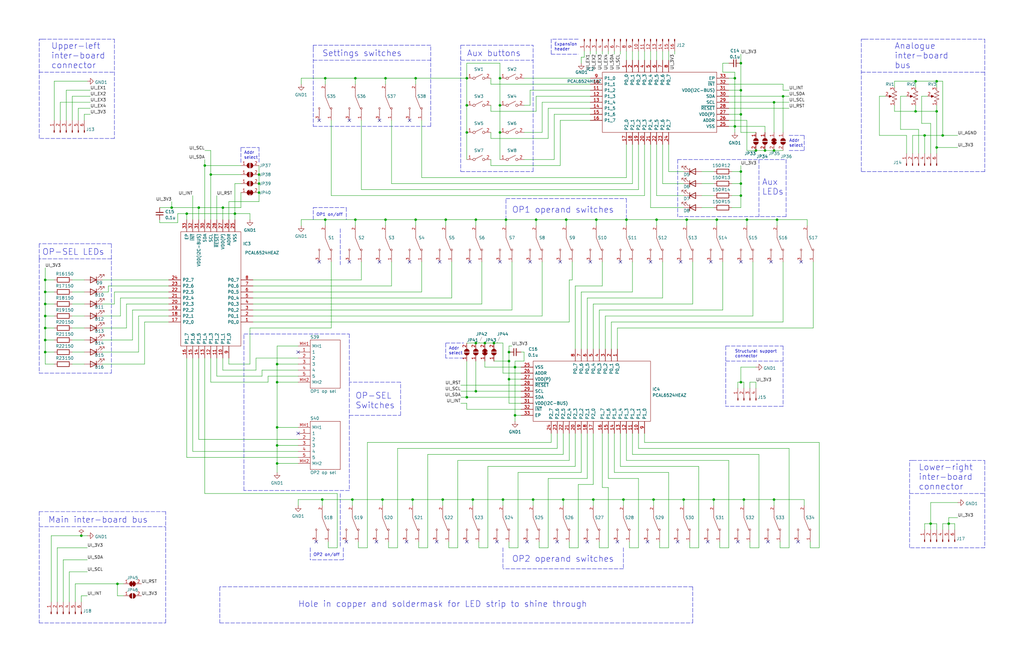
<source format=kicad_sch>
(kicad_sch (version 20211123) (generator eeschema)
  (paper "USLedger")
  (title_block (title "CRONCH UI Board") (rev "0.1") (company "Anton Liakhovitch"))
  (junction (at 313.69 210.82))
  (junction (at 214.63 152.4))
  (junction (at 318.77 63.5))
  (junction (at 196.85 44.45))
  (junction (at 187.96 92.71))
  (junction (at 326.39 210.82))
  (junction (at 276.86 92.71))
  (junction (at 302.26 92.71))
  (junction (at 309.88 53.34))
  (junction (at 392.43 220.98))
  (junction (at 200.66 165.1))
  (junction (at 162.56 33.02))
  (junction (at 213.36 92.71))
  (junction (at 226.06 92.71))
  (junction (at 322.58 63.5))
  (junction (at 19.05 118.11))
  (junction (at 196.85 55.88))
  (junction (at 386.08 34.29))
  (junction (at 394.97 34.29))
  (junction (at 137.16 33.02))
  (junction (at 210.82 44.45))
  (junction (at 309.88 33.02))
  (junction (at 326.39 43.18))
  (junction (at 312.42 72.39))
  (junction (at 99.06 90.17))
  (junction (at 264.16 92.71))
  (junction (at 116.84 187.96))
  (junction (at 312.42 26.67))
  (junction (at 208.28 144.78))
  (junction (at 116.84 161.29))
  (junction (at 186.69 210.82))
  (junction (at 210.82 55.88))
  (junction (at 34.29 226.06))
  (junction (at 289.56 92.71))
  (junction (at 288.29 210.82))
  (junction (at 149.86 92.71))
  (junction (at 19.05 123.19))
  (junction (at 212.09 210.82))
  (junction (at 78.74 90.17))
  (junction (at 19.05 133.35))
  (junction (at 394.97 46.99))
  (junction (at 214.63 160.02))
  (junction (at 217.17 175.26))
  (junction (at 217.17 154.94))
  (junction (at 312.42 77.47))
  (junction (at 149.86 33.02))
  (junction (at 327.66 92.71))
  (junction (at 19.05 138.43))
  (junction (at 300.99 210.82))
  (junction (at 397.51 57.15))
  (junction (at 238.76 92.71))
  (junction (at 137.16 92.71))
  (junction (at 250.19 210.82))
  (junction (at 173.99 210.82))
  (junction (at 196.85 167.64))
  (junction (at 312.42 38.1))
  (junction (at 161.29 210.82))
  (junction (at 262.89 210.82))
  (junction (at 109.22 81.28))
  (junction (at 116.84 195.58))
  (junction (at 148.59 210.82))
  (junction (at 224.79 210.82))
  (junction (at 210.82 33.02))
  (junction (at 389.89 57.15))
  (junction (at 330.2 40.64))
  (junction (at 251.46 92.71))
  (junction (at 326.39 63.5))
  (junction (at 314.96 92.71))
  (junction (at 49.53 246.38))
  (junction (at 116.84 180.34))
  (junction (at 162.56 92.71))
  (junction (at 19.05 128.27))
  (junction (at 86.36 69.85))
  (junction (at 400.05 220.98))
  (junction (at 196.85 33.02))
  (junction (at 312.42 82.55))
  (junction (at 93.98 87.63))
  (junction (at 109.22 73.66))
  (junction (at 175.26 92.71))
  (junction (at 237.49 210.82))
  (junction (at 72.39 87.63))
  (junction (at 19.05 143.51))
  (junction (at 83.82 87.63))
  (junction (at 19.05 148.59))
  (junction (at 199.39 210.82))
  (junction (at 394.97 62.23))
  (junction (at 109.22 77.47))
  (junction (at 88.9 73.66))
  (junction (at 175.26 33.02))
  (junction (at 116.84 153.67))
  (junction (at 312.42 161.29))
  (junction (at 204.47 144.78))
  (junction (at 200.66 92.71))
  (junction (at 312.42 48.26))
  (junction (at 386.08 46.99))
  (junction (at 135.89 210.82))
  (junction (at 200.66 144.78))
  (junction (at 214.63 148.59))
  (junction (at 275.59 210.82))
  (no_connect (at 134.62 50.8))
  (no_connect (at 160.02 110.49))
  (no_connect (at 260.35 228.6))
  (no_connect (at 273.05 228.6))
  (no_connect (at 134.62 110.49))
  (no_connect (at 196.85 228.6))
  (no_connect (at 223.52 110.49))
  (no_connect (at 158.75 228.6))
  (no_connect (at 336.55 228.6))
  (no_connect (at 146.05 228.6))
  (no_connect (at 184.15 228.6))
  (no_connect (at 147.32 50.8))
  (no_connect (at 274.32 110.49))
  (no_connect (at 133.35 228.6))
  (no_connect (at 236.22 110.49))
  (no_connect (at 147.32 110.49))
  (no_connect (at 287.02 110.49))
  (no_connect (at 298.45 228.6))
  (no_connect (at 261.62 110.49))
  (no_connect (at 299.72 110.49))
  (no_connect (at 125.73 182.88))
  (no_connect (at 210.82 110.49))
  (no_connect (at 247.65 228.6))
  (no_connect (at 209.55 228.6))
  (no_connect (at 325.12 110.49))
  (no_connect (at 337.82 110.49))
  (no_connect (at 285.75 228.6))
  (no_connect (at 323.85 228.6))
  (no_connect (at 160.02 50.8))
  (no_connect (at 222.25 228.6))
  (no_connect (at 312.42 110.49))
  (no_connect (at 172.72 110.49))
  (no_connect (at 171.45 228.6))
  (no_connect (at 198.12 110.49))
  (no_connect (at 234.95 228.6))
  (no_connect (at 125.73 148.59))
  (no_connect (at 311.15 228.6))
  (no_connect (at 248.92 110.49))
  (no_connect (at 185.42 110.49))
  (no_connect (at 172.72 50.8))
  (wire (pts (xy 58.42 133.35) (xy 58.42 148.59)))
  (wire (pts (xy 175.26 95.25) (xy 175.26 92.71)))
  (wire (pts (xy 52.07 251.46) (xy 49.53 251.46)))
  (wire (pts (xy 262.89 210.82) (xy 275.59 210.82)))
  (polyline (pts (xy 364.49 16.51) (xy 415.29 16.51)))
  (wire (pts (xy 60.96 135.89) (xy 71.12 135.89)))
  (wire (pts (xy 341.63 228.6) (xy 341.63 231.14)))
  (wire (pts (xy 403.86 212.09) (xy 392.43 212.09)))
  (wire (pts (xy 204.47 152.4) (xy 204.47 154.94)))
  (wire (pts (xy 302.26 95.25) (xy 302.26 92.71)))
  (wire (pts (xy 316.23 161.29) (xy 318.77 161.29)))
  (wire (pts (xy 245.11 182.88) (xy 245.11 199.39)))
  (wire (pts (xy 199.39 213.36) (xy 199.39 210.82)))
  (wire (pts (xy 266.7 21.59) (xy 266.7 25.4)))
  (wire (pts (xy 292.1 128.27) (xy 292.1 110.49)))
  (wire (pts (xy 397.51 223.52) (xy 397.51 220.98)))
  (wire (pts (xy 186.69 213.36) (xy 186.69 210.82)))
  (wire (pts (xy 67.31 92.71) (xy 67.31 93.98)))
  (wire (pts (xy 245.11 24.13) (xy 246.38 24.13)))
  (wire (pts (xy 19.05 143.51) (xy 22.86 143.51)))
  (wire (pts (xy 210.82 44.45) (xy 210.82 55.88)))
  (wire (pts (xy 316.23 228.6) (xy 316.23 231.14)))
  (wire (pts (xy 397.51 57.15) (xy 397.51 34.29)))
  (polyline (pts (xy 146.05 87.63) (xy 146.05 92.71)))
  (wire (pts (xy 109.22 73.66) (xy 109.22 77.47)))
  (wire (pts (xy 278.13 228.6) (xy 278.13 231.14)))
  (wire (pts (xy 314.96 50.8) (xy 314.96 63.5)))
  (polyline (pts (xy 46.99 109.22) (xy 16.51 109.22)))
  (wire (pts (xy 38.1 45.72) (xy 33.02 45.72)))
  (polyline (pts (xy 102.87 140.97) (xy 147.32 140.97)))
  (wire (pts (xy 254 182.88) (xy 254 205.74)))
  (wire (pts (xy 294.64 196.85) (xy 294.64 231.14)))
  (wire (pts (xy 127 92.71) (xy 137.16 92.71)))
  (wire (pts (xy 392.43 212.09) (xy 392.43 220.98)))
  (wire (pts (xy 403.86 218.44) (xy 400.05 218.44)))
  (wire (pts (xy 288.29 87.63) (xy 274.32 87.63)))
  (wire (pts (xy 154.94 186.69) (xy 154.94 231.14)))
  (wire (pts (xy 21.59 226.06) (xy 21.59 254)))
  (wire (pts (xy 106.68 135.89) (xy 240.03 135.89)))
  (wire (pts (xy 288.29 77.47) (xy 279.4 77.47)))
  (wire (pts (xy 223.52 38.1) (xy 223.52 44.45)))
  (wire (pts (xy 116.84 180.34) (xy 125.73 180.34)))
  (wire (pts (xy 266.7 123.19) (xy 266.7 110.49)))
  (wire (pts (xy 379.73 54.61) (xy 379.73 40.64)))
  (polyline (pts (xy 16.51 16.51) (xy 17.78 16.51)))
  (wire (pts (xy 91.44 82.55) (xy 91.44 92.71)))
  (wire (pts (xy 252.73 147.32) (xy 252.73 130.81)))
  (wire (pts (xy 255.27 133.35) (xy 317.5 133.35)))
  (wire (pts (xy 74.93 90.17) (xy 78.74 90.17)))
  (wire (pts (xy 38.1 43.18) (xy 25.4 43.18)))
  (wire (pts (xy 377.19 44.45) (xy 377.19 46.99)))
  (wire (pts (xy 163.83 231.14) (xy 167.64 231.14)))
  (wire (pts (xy 196.85 33.02) (xy 196.85 44.45)))
  (wire (pts (xy 261.62 196.85) (xy 294.64 196.85)))
  (wire (pts (xy 232.41 186.69) (xy 154.94 186.69)))
  (polyline (pts (xy 132.08 87.63) (xy 146.05 87.63)))
  (wire (pts (xy 48.26 123.19) (xy 71.12 123.19)))
  (wire (pts (xy 271.78 82.55) (xy 139.7 82.55)))
  (wire (pts (xy 116.84 195.58) (xy 116.84 199.39)))
  (wire (pts (xy 189.23 228.6) (xy 189.23 231.14)))
  (wire (pts (xy 309.88 53.34) (xy 309.88 33.02)))
  (wire (pts (xy 205.74 196.85) (xy 205.74 231.14)))
  (wire (pts (xy 259.08 199.39) (xy 281.94 199.39)))
  (wire (pts (xy 370.84 40.64) (xy 373.38 40.64)))
  (wire (pts (xy 173.99 210.82) (xy 186.69 210.82)))
  (polyline (pts (xy 292.1 247.65) (xy 92.71 247.65)))
  (wire (pts (xy 240.03 228.6) (xy 240.03 231.14)))
  (wire (pts (xy 105.41 92.71) (xy 105.41 90.17)))
  (polyline (pts (xy 330.2 171.45) (xy 306.07 171.45)))
  (wire (pts (xy 290.83 228.6) (xy 290.83 231.14)))
  (wire (pts (xy 116.84 153.67) (xy 116.84 161.29)))
  (wire (pts (xy 342.9 138.43) (xy 342.9 110.49)))
  (wire (pts (xy 189.23 231.14) (xy 193.04 231.14)))
  (wire (pts (xy 245.11 123.19) (xy 266.7 123.19)))
  (polyline (pts (xy 194.31 24.13) (xy 194.31 25.4)))
  (wire (pts (xy 382.27 64.77) (xy 382.27 57.15)))
  (wire (pts (xy 276.86 95.25) (xy 276.86 92.71)))
  (wire (pts (xy 269.24 189.23) (xy 332.74 189.23)))
  (wire (pts (xy 248.92 40.64) (xy 226.06 40.64)))
  (wire (pts (xy 281.94 199.39) (xy 281.94 231.14)))
  (wire (pts (xy 180.34 191.77) (xy 180.34 231.14)))
  (wire (pts (xy 278.13 231.14) (xy 281.94 231.14)))
  (polyline (pts (xy 264.16 83.82) (xy 264.16 92.71)))
  (wire (pts (xy 35.56 48.26) (xy 35.56 50.8)))
  (wire (pts (xy 86.36 208.28) (xy 142.24 208.28)))
  (wire (pts (xy 26.67 236.22) (xy 26.67 254)))
  (wire (pts (xy 309.88 33.02) (xy 307.34 33.02)))
  (wire (pts (xy 248.92 38.1) (xy 223.52 38.1)))
  (wire (pts (xy 19.05 133.35) (xy 19.05 138.43)))
  (wire (pts (xy 208.28 152.4) (xy 214.63 152.4)))
  (wire (pts (xy 106.68 133.35) (xy 228.6 133.35)))
  (polyline (pts (xy 46.99 109.22) (xy 46.99 102.87)))
  (wire (pts (xy 219.71 154.94) (xy 217.17 154.94)))
  (wire (pts (xy 275.59 213.36) (xy 275.59 210.82)))
  (wire (pts (xy 116.84 153.67) (xy 125.73 153.67)))
  (wire (pts (xy 370.84 57.15) (xy 370.84 40.64)))
  (wire (pts (xy 135.89 210.82) (xy 148.59 210.82)))
  (wire (pts (xy 152.4 80.01) (xy 152.4 50.8)))
  (wire (pts (xy 196.85 144.78) (xy 200.66 144.78)))
  (wire (pts (xy 34.29 226.06) (xy 21.59 226.06)))
  (wire (pts (xy 269.24 201.93) (xy 269.24 231.14)))
  (wire (pts (xy 271.78 60.96) (xy 271.78 82.55)))
  (wire (pts (xy 382.27 57.15) (xy 370.84 57.15)))
  (wire (pts (xy 190.5 125.73) (xy 190.5 110.49)))
  (wire (pts (xy 322.58 63.5) (xy 326.39 63.5)))
  (wire (pts (xy 384.81 64.77) (xy 384.81 57.15)))
  (wire (pts (xy 245.11 26.67) (xy 245.11 24.13)))
  (polyline (pts (xy 194.31 25.4) (xy 224.79 25.4)))
  (wire (pts (xy 43.18 153.67) (xy 60.96 153.67)))
  (wire (pts (xy 241.3 118.11) (xy 240.03 118.11)))
  (wire (pts (xy 107.95 151.13) (xy 125.73 151.13)))
  (wire (pts (xy 256.54 201.93) (xy 269.24 201.93)))
  (wire (pts (xy 326.39 55.88) (xy 326.39 43.18)))
  (wire (pts (xy 93.98 151.13) (xy 93.98 156.21)))
  (wire (pts (xy 60.96 153.67) (xy 60.96 135.89)))
  (wire (pts (xy 233.68 67.31) (xy 220.98 67.31)))
  (wire (pts (xy 162.56 95.25) (xy 162.56 92.71)))
  (polyline (pts (xy 330.2 146.05) (xy 330.2 171.45)))
  (wire (pts (xy 22.86 118.11) (xy 19.05 118.11)))
  (wire (pts (xy 240.03 118.11) (xy 240.03 135.89)))
  (polyline (pts (xy 210.82 142.24) (xy 209.55 144.78)) (stroke (width 0) (color 132 132 132 1)))
  (wire (pts (xy 312.42 72.39) (xy 312.42 77.47)))
  (wire (pts (xy 256.54 21.59) (xy 256.54 22.86)))
  (wire (pts (xy 236.22 50.8) (xy 236.22 69.85)))
  (wire (pts (xy 106.68 128.27) (xy 203.2 128.27)))
  (wire (pts (xy 113.03 158.75) (xy 125.73 158.75)))
  (wire (pts (xy 219.71 170.18) (xy 214.63 170.18)))
  (polyline (pts (xy 16.51 102.87) (xy 16.51 109.22)))
  (wire (pts (xy 326.39 63.5) (xy 330.2 63.5)))
  (wire (pts (xy 394.97 34.29) (xy 386.08 34.29)))
  (wire (pts (xy 313.69 163.83) (xy 313.69 161.29)))
  (wire (pts (xy 83.82 151.13) (xy 83.82 185.42)))
  (wire (pts (xy 105.41 153.67) (xy 96.52 153.67)))
  (wire (pts (xy 312.42 38.1) (xy 312.42 48.26)))
  (wire (pts (xy 58.42 133.35) (xy 71.12 133.35)))
  (wire (pts (xy 316.23 163.83) (xy 316.23 161.29)))
  (wire (pts (xy 99.06 92.71) (xy 99.06 90.17)))
  (wire (pts (xy 177.8 74.93) (xy 177.8 50.8)))
  (wire (pts (xy 389.89 64.77) (xy 389.89 57.15)))
  (wire (pts (xy 137.16 35.56) (xy 137.16 33.02)))
  (wire (pts (xy 316.23 231.14) (xy 320.04 231.14)))
  (wire (pts (xy 250.19 213.36) (xy 250.19 210.82)))
  (wire (pts (xy 303.53 228.6) (xy 303.53 231.14)))
  (wire (pts (xy 34.29 251.46) (xy 34.29 254)))
  (wire (pts (xy 22.86 34.29) (xy 22.86 50.8)))
  (wire (pts (xy 237.49 210.82) (xy 250.19 210.82)))
  (polyline (pts (xy 195.58 151.13) (xy 187.96 151.13)))
  (wire (pts (xy 240.03 194.31) (xy 193.04 194.31)))
  (polyline (pts (xy 144.78 231.14) (xy 144.78 236.22)))
  (polyline (pts (xy 415.29 194.31) (xy 415.29 231.14)))
  (wire (pts (xy 139.7 82.55) (xy 139.7 50.8)))
  (wire (pts (xy 312.42 26.67) (xy 312.42 38.1)))
  (wire (pts (xy 19.05 123.19) (xy 22.86 123.19)))
  (wire (pts (xy 397.51 220.98) (xy 400.05 220.98)))
  (wire (pts (xy 312.42 154.94) (xy 312.42 161.29)))
  (wire (pts (xy 162.56 35.56) (xy 162.56 33.02)))
  (wire (pts (xy 318.77 63.5) (xy 322.58 63.5)))
  (polyline (pts (xy 132.08 53.34) (xy 181.61 53.34)))
  (wire (pts (xy 327.66 95.25) (xy 327.66 92.71)))
  (wire (pts (xy 238.76 95.25) (xy 238.76 92.71)))
  (wire (pts (xy 74.93 93.98) (xy 74.93 90.17)))
  (wire (pts (xy 109.22 69.85) (xy 109.22 73.66)))
  (polyline (pts (xy 16.51 157.48) (xy 46.99 157.48)))
  (wire (pts (xy 250.19 128.27) (xy 292.1 128.27)))
  (wire (pts (xy 30.48 50.8) (xy 30.48 40.64)))
  (wire (pts (xy 201.93 228.6) (xy 201.93 231.14)))
  (polyline (pts (xy 384.81 194.31) (xy 415.29 194.31)))
  (wire (pts (xy 308.61 72.39) (xy 312.42 72.39)))
  (wire (pts (xy 213.36 92.71) (xy 200.66 92.71)))
  (polyline (pts (xy 232.41 16.51) (xy 232.41 22.86)))
  (wire (pts (xy 83.82 185.42) (xy 125.73 185.42)))
  (wire (pts (xy 116.84 146.05) (xy 116.84 153.67)))
  (wire (pts (xy 125.73 210.82) (xy 135.89 210.82)))
  (wire (pts (xy 326.39 210.82) (xy 326.39 213.36)))
  (polyline (pts (xy 243.84 16.51) (xy 232.41 16.51)))
  (wire (pts (xy 105.41 138.43) (xy 139.7 138.43)))
  (wire (pts (xy 220.98 148.59) (xy 220.98 152.4)))
  (wire (pts (xy 392.43 220.98) (xy 392.43 223.52)))
  (polyline (pts (xy 415.29 231.14) (xy 383.54 231.14)))
  (wire (pts (xy 318.77 55.88) (xy 312.42 55.88)))
  (wire (pts (xy 142.24 208.28) (xy 142.24 231.14)))
  (wire (pts (xy 300.99 77.47) (xy 295.91 77.47)))
  (wire (pts (xy 386.08 46.99) (xy 394.97 46.99)))
  (wire (pts (xy 204.47 144.78) (xy 208.28 144.78)))
  (wire (pts (xy 328.93 228.6) (xy 328.93 231.14)))
  (wire (pts (xy 300.99 213.36) (xy 300.99 210.82)))
  (wire (pts (xy 312.42 161.29) (xy 311.15 161.29)))
  (wire (pts (xy 210.82 26.67) (xy 196.85 26.67)))
  (wire (pts (xy 88.9 73.66) (xy 88.9 92.71)))
  (wire (pts (xy 19.05 133.35) (xy 19.05 128.27)))
  (wire (pts (xy 193.04 194.31) (xy 193.04 231.14)))
  (wire (pts (xy 314.96 63.5) (xy 318.77 63.5)))
  (polyline (pts (xy 147.32 207.01) (xy 102.87 207.01)))
  (wire (pts (xy 389.89 57.15) (xy 397.51 57.15)))
  (wire (pts (xy 245.11 199.39) (xy 218.44 199.39)))
  (wire (pts (xy 31.75 246.38) (xy 31.75 254)))
  (polyline (pts (xy 130.81 231.14) (xy 130.81 236.22)))
  (wire (pts (xy 196.85 44.45) (xy 196.85 55.88)))
  (wire (pts (xy 264.16 182.88) (xy 264.16 194.31)))
  (wire (pts (xy 266.7 60.96) (xy 266.7 77.47)))
  (wire (pts (xy 248.92 50.8) (xy 236.22 50.8)))
  (wire (pts (xy 86.36 151.13) (xy 86.36 208.28)))
  (wire (pts (xy 231.14 58.42) (xy 207.01 58.42)))
  (wire (pts (xy 276.86 82.55) (xy 276.86 60.96)))
  (wire (pts (xy 264.16 95.25) (xy 264.16 92.71)))
  (wire (pts (xy 313.69 210.82) (xy 326.39 210.82)))
  (wire (pts (xy 127 33.02) (xy 137.16 33.02)))
  (wire (pts (xy 271.78 186.69) (xy 345.44 186.69)))
  (wire (pts (xy 274.32 87.63) (xy 274.32 60.96)))
  (wire (pts (xy 289.56 92.71) (xy 276.86 92.71)))
  (wire (pts (xy 307.34 26.67) (xy 304.8 26.67)))
  (polyline (pts (xy 415.29 72.39) (xy 363.22 72.39)))
  (wire (pts (xy 38.1 48.26) (xy 35.56 48.26)))
  (wire (pts (xy 152.4 118.11) (xy 152.4 110.49)))
  (wire (pts (xy 250.19 210.82) (xy 262.89 210.82)))
  (wire (pts (xy 78.74 193.04) (xy 78.74 151.13)))
  (wire (pts (xy 149.86 33.02) (xy 149.86 35.56)))
  (wire (pts (xy 394.97 62.23) (xy 403.86 62.23)))
  (wire (pts (xy 213.36 95.25) (xy 213.36 92.71)))
  (wire (pts (xy 288.29 82.55) (xy 276.86 82.55)))
  (wire (pts (xy 256.54 205.74) (xy 256.54 231.14)))
  (wire (pts (xy 135.89 213.36) (xy 135.89 210.82)))
  (wire (pts (xy 29.21 241.3) (xy 36.83 241.3)))
  (polyline (pts (xy 102.87 207.01) (xy 102.87 140.97)))
  (wire (pts (xy 173.99 213.36) (xy 173.99 210.82)))
  (wire (pts (xy 30.48 143.51) (xy 35.56 143.51)))
  (wire (pts (xy 30.48 133.35) (xy 35.56 133.35)))
  (wire (pts (xy 326.39 43.18) (xy 307.34 43.18)))
  (polyline (pts (xy 92.71 262.89) (xy 292.1 262.89)))
  (wire (pts (xy 226.06 95.25) (xy 226.06 92.71)))
  (wire (pts (xy 96.52 92.71) (xy 96.52 85.09)))
  (wire (pts (xy 234.95 189.23) (xy 167.64 189.23)))
  (wire (pts (xy 332.74 45.72) (xy 307.34 45.72)))
  (wire (pts (xy 228.6 133.35) (xy 228.6 110.49)))
  (wire (pts (xy 194.31 170.18) (xy 196.85 170.18)))
  (wire (pts (xy 105.41 138.43) (xy 105.41 153.67)))
  (wire (pts (xy 53.34 128.27) (xy 71.12 128.27)))
  (wire (pts (xy 255.27 147.32) (xy 255.27 133.35)))
  (wire (pts (xy 200.66 152.4) (xy 200.66 165.1)))
  (wire (pts (xy 228.6 43.18) (xy 228.6 55.88)))
  (wire (pts (xy 257.81 147.32) (xy 257.81 135.89)))
  (wire (pts (xy 266.7 77.47) (xy 165.1 77.47)))
  (wire (pts (xy 394.97 220.98) (xy 392.43 220.98)))
  (wire (pts (xy 304.8 30.48) (xy 309.88 30.48)))
  (polyline (pts (xy 194.31 72.39) (xy 224.79 72.39)))
  (wire (pts (xy 312.42 82.55) (xy 312.42 87.63)))
  (wire (pts (xy 43.18 118.11) (xy 71.12 118.11)))
  (wire (pts (xy 48.26 123.19) (xy 48.26 128.27)))
  (wire (pts (xy 187.96 95.25) (xy 187.96 92.71)))
  (polyline (pts (xy 16.51 222.25) (xy 69.85 222.25)))
  (wire (pts (xy 387.35 64.77) (xy 387.35 54.61)))
  (wire (pts (xy 55.88 143.51) (xy 43.18 143.51)))
  (wire (pts (xy 241.3 110.49) (xy 241.3 118.11)))
  (wire (pts (xy 207.01 35.56) (xy 207.01 33.02)))
  (polyline (pts (xy 331.47 67.31) (xy 331.47 91.44)))
  (wire (pts (xy 196.85 167.64) (xy 219.71 167.64)))
  (wire (pts (xy 22.86 133.35) (xy 19.05 133.35)))
  (wire (pts (xy 259.08 21.59) (xy 259.08 22.86)))
  (polyline (pts (xy 144.78 236.22) (xy 130.81 236.22)))
  (wire (pts (xy 30.48 138.43) (xy 35.56 138.43)))
  (wire (pts (xy 242.57 120.65) (xy 254 120.65)))
  (wire (pts (xy 307.34 50.8) (xy 314.96 50.8)))
  (polyline (pts (xy 101.6 62.23) (xy 109.22 62.23)))
  (wire (pts (xy 175.26 33.02) (xy 162.56 33.02)))
  (wire (pts (xy 151.13 228.6) (xy 151.13 231.14)))
  (wire (pts (xy 312.42 55.88) (xy 312.42 48.26)))
  (wire (pts (xy 194.31 165.1) (xy 200.66 165.1)))
  (polyline (pts (xy 285.75 67.31) (xy 331.47 67.31)))
  (wire (pts (xy 101.6 73.66) (xy 88.9 73.66)))
  (polyline (pts (xy 332.74 57.15) (xy 339.09 57.15)))
  (wire (pts (xy 107.95 156.21) (xy 107.95 151.13)))
  (wire (pts (xy 377.19 34.29) (xy 386.08 34.29)))
  (wire (pts (xy 307.34 38.1) (xy 312.42 38.1)))
  (wire (pts (xy 203.2 128.27) (xy 203.2 110.49)))
  (wire (pts (xy 224.79 213.36) (xy 224.79 210.82)))
  (wire (pts (xy 22.86 153.67) (xy 19.05 153.67)))
  (wire (pts (xy 394.97 36.83) (xy 394.97 34.29)))
  (polyline (pts (xy 147.32 140.97) (xy 147.32 161.29)))
  (wire (pts (xy 251.46 92.71) (xy 238.76 92.71)))
  (wire (pts (xy 332.74 40.64) (xy 330.2 40.64)))
  (wire (pts (xy 72.39 87.63) (xy 83.82 87.63)))
  (wire (pts (xy 243.84 204.47) (xy 243.84 231.14)))
  (polyline (pts (xy 48.26 16.51) (xy 48.26 58.42)))
  (wire (pts (xy 22.86 148.59) (xy 19.05 148.59)))
  (wire (pts (xy 106.68 125.73) (xy 190.5 125.73)))
  (wire (pts (xy 388.62 40.64) (xy 391.16 40.64)))
  (wire (pts (xy 274.32 21.59) (xy 274.32 25.4)))
  (wire (pts (xy 269.24 182.88) (xy 269.24 189.23)))
  (wire (pts (xy 248.92 48.26) (xy 233.68 48.26)))
  (wire (pts (xy 400.05 220.98) (xy 400.05 223.52)))
  (wire (pts (xy 234.95 182.88) (xy 234.95 189.23)))
  (wire (pts (xy 386.08 44.45) (xy 386.08 46.99)))
  (polyline (pts (xy 194.31 19.05) (xy 194.31 72.39)))
  (polyline (pts (xy 69.85 215.9) (xy 55.88 215.9)))
  (wire (pts (xy 81.28 82.55) (xy 81.28 92.71)))
  (wire (pts (xy 110.49 156.21) (xy 125.73 156.21)))
  (wire (pts (xy 237.49 213.36) (xy 237.49 210.82)))
  (wire (pts (xy 257.81 135.89) (xy 330.2 135.89)))
  (wire (pts (xy 139.7 110.49) (xy 139.7 138.43)))
  (wire (pts (xy 212.09 213.36) (xy 212.09 210.82)))
  (wire (pts (xy 53.34 128.27) (xy 53.34 138.43)))
  (polyline (pts (xy 194.31 19.05) (xy 224.79 19.05)))
  (wire (pts (xy 265.43 231.14) (xy 269.24 231.14)))
  (wire (pts (xy 332.74 38.1) (xy 330.2 38.1)))
  (wire (pts (xy 317.5 133.35) (xy 317.5 110.49)))
  (wire (pts (xy 328.93 231.14) (xy 332.74 231.14)))
  (wire (pts (xy 81.28 190.5) (xy 125.73 190.5)))
  (wire (pts (xy 116.84 161.29) (xy 125.73 161.29)))
  (wire (pts (xy 394.97 44.45) (xy 394.97 46.99)))
  (wire (pts (xy 247.65 201.93) (xy 231.14 201.93)))
  (polyline (pts (xy 69.85 262.89) (xy 69.85 215.9)))
  (wire (pts (xy 311.15 161.29) (xy 311.15 163.83)))
  (wire (pts (xy 101.6 69.85) (xy 86.36 69.85)))
  (polyline (pts (xy 46.99 102.87) (xy 16.51 102.87)))
  (wire (pts (xy 162.56 33.02) (xy 149.86 33.02)))
  (wire (pts (xy 266.7 182.88) (xy 266.7 191.77)))
  (wire (pts (xy 220.98 33.02) (xy 248.92 33.02)))
  (wire (pts (xy 261.62 21.59) (xy 261.62 22.86)))
  (polyline (pts (xy 92.71 247.65) (xy 92.71 262.89)))
  (wire (pts (xy 388.62 52.07) (xy 388.62 40.64)))
  (polyline (pts (xy 213.36 92.71) (xy 213.36 83.82)))
  (wire (pts (xy 240.03 182.88) (xy 240.03 194.31)))
  (wire (pts (xy 200.66 165.1) (xy 219.71 165.1)))
  (wire (pts (xy 93.98 87.63) (xy 93.98 92.71)))
  (wire (pts (xy 83.82 92.71) (xy 83.82 87.63)))
  (wire (pts (xy 186.69 210.82) (xy 199.39 210.82)))
  (wire (pts (xy 22.86 138.43) (xy 19.05 138.43)))
  (wire (pts (xy 176.53 231.14) (xy 180.34 231.14)))
  (polyline (pts (xy 46.99 157.48) (xy 46.99 109.22)))
  (wire (pts (xy 224.79 210.82) (xy 237.49 210.82)))
  (polyline (pts (xy 203.2 142.24) (xy 201.93 144.78)) (stroke (width 0) (color 132 132 132 1)))
  (wire (pts (xy 113.03 161.29) (xy 113.03 158.75)))
  (wire (pts (xy 330.2 35.56) (xy 330.2 38.1)))
  (wire (pts (xy 116.84 195.58) (xy 125.73 195.58)))
  (wire (pts (xy 55.88 130.81) (xy 71.12 130.81)))
  (wire (pts (xy 314.96 95.25) (xy 314.96 92.71)))
  (wire (pts (xy 212.09 210.82) (xy 224.79 210.82)))
  (wire (pts (xy 264.16 74.93) (xy 177.8 74.93)))
  (wire (pts (xy 67.31 93.98) (xy 74.93 93.98)))
  (wire (pts (xy 247.65 182.88) (xy 247.65 201.93)))
  (wire (pts (xy 106.68 118.11) (xy 152.4 118.11)))
  (wire (pts (xy 88.9 151.13) (xy 88.9 161.29)))
  (wire (pts (xy 199.39 210.82) (xy 212.09 210.82)))
  (wire (pts (xy 231.14 201.93) (xy 231.14 231.14)))
  (wire (pts (xy 309.88 30.48) (xy 309.88 33.02)))
  (wire (pts (xy 19.05 138.43) (xy 19.05 143.51)))
  (wire (pts (xy 19.05 113.03) (xy 19.05 118.11)))
  (wire (pts (xy 207.01 58.42) (xy 207.01 55.88)))
  (wire (pts (xy 36.83 226.06) (xy 34.29 226.06)))
  (wire (pts (xy 106.68 130.81) (xy 215.9 130.81)))
  (polyline (pts (xy 232.41 22.86) (xy 243.84 22.86)))
  (wire (pts (xy 330.2 35.56) (xy 307.34 35.56)))
  (wire (pts (xy 223.52 44.45) (xy 220.98 44.45)))
  (wire (pts (xy 219.71 148.59) (xy 220.98 148.59)))
  (wire (pts (xy 148.59 213.36) (xy 148.59 210.82)))
  (wire (pts (xy 307.34 194.31) (xy 307.34 231.14)))
  (wire (pts (xy 210.82 33.02) (xy 210.82 26.67)))
  (wire (pts (xy 22.86 128.27) (xy 19.05 128.27)))
  (wire (pts (xy 250.19 182.88) (xy 250.19 204.47)))
  (wire (pts (xy 400.05 220.98) (xy 402.59 220.98)))
  (wire (pts (xy 264.16 21.59) (xy 264.16 25.4)))
  (wire (pts (xy 214.63 148.59) (xy 214.63 152.4)))
  (wire (pts (xy 259.08 182.88) (xy 259.08 199.39)))
  (wire (pts (xy 86.36 69.85) (xy 86.36 92.71)))
  (wire (pts (xy 105.41 90.17) (xy 99.06 90.17)))
  (wire (pts (xy 19.05 148.59) (xy 19.05 143.51)))
  (wire (pts (xy 151.13 231.14) (xy 154.94 231.14)))
  (polyline (pts (xy 262.89 240.03) (xy 212.09 240.03)))
  (wire (pts (xy 248.92 45.72) (xy 231.14 45.72)))
  (wire (pts (xy 228.6 55.88) (xy 220.98 55.88)))
  (wire (pts (xy 313.69 213.36) (xy 313.69 210.82)))
  (wire (pts (xy 214.63 228.6) (xy 214.63 231.14)))
  (polyline (pts (xy 363.22 72.39) (xy 363.22 16.51)))
  (wire (pts (xy 279.4 125.73) (xy 279.4 110.49)))
  (wire (pts (xy 217.17 175.26) (xy 219.71 175.26)))
  (polyline (pts (xy 16.51 215.9) (xy 55.88 215.9)))
  (wire (pts (xy 269.24 21.59) (xy 269.24 25.4)))
  (wire (pts (xy 300.99 72.39) (xy 295.91 72.39)))
  (wire (pts (xy 175.26 35.56) (xy 175.26 33.02)))
  (wire (pts (xy 116.84 187.96) (xy 125.73 187.96)))
  (wire (pts (xy 246.38 24.13) (xy 246.38 21.59)))
  (polyline (pts (xy 181.61 53.34) (xy 181.61 19.05)))
  (wire (pts (xy 392.43 220.98) (xy 389.89 220.98)))
  (wire (pts (xy 313.69 161.29) (xy 312.42 161.29)))
  (polyline (pts (xy 143.51 208.28) (xy 143.51 231.14)))
  (wire (pts (xy 377.19 46.99) (xy 386.08 46.99)))
  (wire (pts (xy 264.16 194.31) (xy 307.34 194.31)))
  (polyline (pts (xy 187.96 144.78) (xy 195.58 144.78)))
  (wire (pts (xy 251.46 21.59) (xy 251.46 22.86)))
  (wire (pts (xy 214.63 146.05) (xy 214.63 148.59)))
  (wire (pts (xy 339.09 210.82) (xy 326.39 210.82)))
  (wire (pts (xy 240.03 231.14) (xy 243.84 231.14)))
  (wire (pts (xy 339.09 213.36) (xy 339.09 210.82)))
  (wire (pts (xy 400.05 218.44) (xy 400.05 220.98)))
  (polyline (pts (xy 415.29 16.51) (xy 415.29 72.39)))
  (wire (pts (xy 307.34 53.34) (xy 309.88 53.34)))
  (polyline (pts (xy 224.79 72.39) (xy 224.79 19.05)))
  (wire (pts (xy 78.74 193.04) (xy 125.73 193.04)))
  (wire (pts (xy 279.4 77.47) (xy 279.4 60.96)))
  (wire (pts (xy 237.49 182.88) (xy 237.49 191.77)))
  (wire (pts (xy 78.74 90.17) (xy 78.74 92.71)))
  (polyline (pts (xy 147.32 161.29) (xy 147.32 207.01)))
  (wire (pts (xy 19.05 153.67) (xy 19.05 148.59)))
  (wire (pts (xy 252.73 231.14) (xy 256.54 231.14)))
  (wire (pts (xy 24.13 231.14) (xy 36.83 231.14)))
  (wire (pts (xy 86.36 67.31) (xy 86.36 69.85)))
  (wire (pts (xy 137.16 95.25) (xy 137.16 92.71)))
  (wire (pts (xy 227.33 228.6) (xy 227.33 231.14)))
  (wire (pts (xy 86.36 63.5) (xy 88.9 63.5)))
  (wire (pts (xy 281.94 21.59) (xy 281.94 25.4)))
  (wire (pts (xy 196.85 152.4) (xy 196.85 167.64)))
  (wire (pts (xy 260.35 138.43) (xy 260.35 147.32)))
  (wire (pts (xy 269.24 80.01) (xy 152.4 80.01)))
  (wire (pts (xy 247.65 125.73) (xy 279.4 125.73)))
  (wire (pts (xy 194.31 167.64) (xy 196.85 167.64)))
  (wire (pts (xy 300.99 87.63) (xy 295.91 87.63)))
  (wire (pts (xy 327.66 92.71) (xy 314.96 92.71)))
  (polyline (pts (xy 16.51 58.42) (xy 16.51 16.51)))
  (wire (pts (xy 262.89 213.36) (xy 262.89 210.82)))
  (wire (pts (xy 217.17 152.4) (xy 217.17 154.94)))
  (wire (pts (xy 232.41 182.88) (xy 232.41 186.69)))
  (wire (pts (xy 31.75 246.38) (xy 49.53 246.38)))
  (wire (pts (xy 394.97 223.52) (xy 394.97 220.98)))
  (wire (pts (xy 254 205.74) (xy 256.54 205.74)))
  (wire (pts (xy 50.8 125.73) (xy 71.12 125.73)))
  (wire (pts (xy 341.63 231.14) (xy 345.44 231.14)))
  (wire (pts (xy 379.73 40.64) (xy 382.27 40.64)))
  (wire (pts (xy 217.17 175.26) (xy 217.17 177.8)))
  (wire (pts (xy 289.56 95.25) (xy 289.56 92.71)))
  (wire (pts (xy 320.04 191.77) (xy 320.04 231.14)))
  (polyline (pts (xy 143.51 96.52) (xy 143.51 111.76)))
  (wire (pts (xy 248.92 21.59) (xy 248.92 22.86)))
  (wire (pts (xy 220.98 152.4) (xy 217.17 152.4)))
  (wire (pts (xy 219.71 157.48) (xy 212.09 157.48)))
  (wire (pts (xy 308.61 82.55) (xy 312.42 82.55)))
  (wire (pts (xy 88.9 161.29) (xy 113.03 161.29)))
  (wire (pts (xy 19.05 128.27) (xy 19.05 123.19)))
  (wire (pts (xy 284.48 21.59) (xy 284.48 22.86)))
  (polyline (pts (xy 262.89 231.14) (xy 262.89 240.03)))
  (wire (pts (xy 322.58 53.34) (xy 309.88 53.34)))
  (polyline (pts (xy 363.22 30.48) (xy 415.29 30.48)))
  (wire (pts (xy 242.57 182.88) (xy 242.57 196.85)))
  (wire (pts (xy 99.06 90.17) (xy 78.74 90.17)))
  (wire (pts (xy 250.19 147.32) (xy 250.19 128.27)))
  (wire (pts (xy 30.48 40.64) (xy 38.1 40.64)))
  (wire (pts (xy 48.26 128.27) (xy 43.18 128.27)))
  (wire (pts (xy 312.42 77.47) (xy 312.42 82.55)))
  (wire (pts (xy 212.09 157.48) (xy 212.09 144.78)))
  (polyline (pts (xy 306.07 152.4) (xy 330.2 152.4)))
  (polyline (pts (xy 383.54 194.31) (xy 384.81 194.31)))
  (wire (pts (xy 231.14 45.72) (xy 231.14 58.42)))
  (wire (pts (xy 45.72 120.65) (xy 71.12 120.65)))
  (wire (pts (xy 242.57 147.32) (xy 242.57 120.65)))
  (wire (pts (xy 101.6 87.63) (xy 93.98 87.63)))
  (polyline (pts (xy 168.91 175.26) (xy 168.91 161.29)))
  (wire (pts (xy 29.21 241.3) (xy 29.21 254)))
  (polyline (pts (xy 109.22 62.23) (xy 109.22 68.58)))
  (wire (pts (xy 81.28 151.13) (xy 81.28 190.5)))
  (wire (pts (xy 137.16 33.02) (xy 149.86 33.02)))
  (wire (pts (xy 332.74 43.18) (xy 326.39 43.18)))
  (wire (pts (xy 25.4 43.18) (xy 25.4 50.8)))
  (wire (pts (xy 303.53 231.14) (xy 307.34 231.14)))
  (wire (pts (xy 207.01 69.85) (xy 207.01 67.31)))
  (wire (pts (xy 236.22 69.85) (xy 207.01 69.85)))
  (wire (pts (xy 196.85 172.72) (xy 219.71 172.72)))
  (wire (pts (xy 312.42 77.47) (xy 308.61 77.47)))
  (wire (pts (xy 394.97 64.77) (xy 394.97 62.23)))
  (wire (pts (xy 24.13 231.14) (xy 24.13 254)))
  (wire (pts (xy 26.67 236.22) (xy 36.83 236.22)))
  (wire (pts (xy 377.19 36.83) (xy 377.19 34.29)))
  (wire (pts (xy 106.68 120.65) (xy 165.1 120.65)))
  (wire (pts (xy 247.65 147.32) (xy 247.65 125.73)))
  (polyline (pts (xy 306.07 146.05) (xy 306.07 171.45)))
  (wire (pts (xy 245.11 147.32) (xy 245.11 123.19)))
  (wire (pts (xy 397.51 34.29) (xy 394.97 34.29)))
  (wire (pts (xy 386.08 34.29) (xy 386.08 36.83)))
  (wire (pts (xy 99.06 77.47) (xy 99.06 90.17)))
  (wire (pts (xy 83.82 87.63) (xy 93.98 87.63)))
  (wire (pts (xy 276.86 92.71) (xy 264.16 92.71)))
  (wire (pts (xy 318.77 161.29) (xy 318.77 163.83)))
  (wire (pts (xy 340.36 92.71) (xy 327.66 92.71)))
  (wire (pts (xy 196.85 26.67) (xy 196.85 33.02)))
  (wire (pts (xy 101.6 77.47) (xy 99.06 77.47)))
  (polyline (pts (xy 285.75 67.31) (xy 285.75 91.44)))
  (wire (pts (xy 125.73 146.05) (xy 116.84 146.05)))
  (wire (pts (xy 281.94 60.96) (xy 281.94 72.39)))
  (wire (pts (xy 312.42 48.26) (xy 307.34 48.26)))
  (wire (pts (xy 394.97 46.99) (xy 394.97 62.23)))
  (polyline (pts (xy 132.08 92.71) (xy 132.08 87.63)))
  (wire (pts (xy 27.94 50.8) (xy 27.94 38.1)))
  (polyline (pts (xy 168.91 161.29) (xy 147.32 161.29)))
  (polyline (pts (xy 332.74 63.5) (xy 339.09 63.5)))
  (polyline (pts (xy 101.6 68.58) (xy 101.6 62.23)))
  (wire (pts (xy 264.16 92.71) (xy 251.46 92.71)))
  (wire (pts (xy 271.78 182.88) (xy 271.78 186.69)))
  (wire (pts (xy 200.66 144.78) (xy 204.47 144.78)))
  (wire (pts (xy 149.86 92.71) (xy 149.86 95.25)))
  (wire (pts (xy 165.1 77.47) (xy 165.1 50.8)))
  (wire (pts (xy 127 35.56) (xy 127 33.02)))
  (wire (pts (xy 215.9 130.81) (xy 215.9 110.49)))
  (wire (pts (xy 101.6 81.28) (xy 101.6 87.63)))
  (polyline (pts (xy 292.1 262.89) (xy 292.1 247.65)))
  (polyline (pts (xy 306.07 146.05) (xy 330.2 146.05)))
  (wire (pts (xy 254 21.59) (xy 254 22.86)))
  (wire (pts (xy 397.51 57.15) (xy 403.86 57.15)))
  (wire (pts (xy 269.24 60.96) (xy 269.24 80.01)))
  (wire (pts (xy 49.53 246.38) (xy 52.07 246.38)))
  (wire (pts (xy 345.44 186.69) (xy 345.44 231.14)))
  (wire (pts (xy 36.83 251.46) (xy 34.29 251.46)))
  (wire (pts (xy 392.43 52.07) (xy 388.62 52.07)))
  (wire (pts (xy 312.42 87.63) (xy 308.61 87.63)))
  (wire (pts (xy 207.01 46.99) (xy 207.01 44.45)))
  (wire (pts (xy 163.83 228.6) (xy 163.83 231.14)))
  (wire (pts (xy 288.29 72.39) (xy 281.94 72.39)))
  (wire (pts (xy 254 120.65) (xy 254 110.49)))
  (wire (pts (xy 175.26 92.71) (xy 162.56 92.71)))
  (wire (pts (xy 125.73 213.36) (xy 125.73 210.82)))
  (wire (pts (xy 290.83 231.14) (xy 294.64 231.14)))
  (wire (pts (xy 106.68 123.19) (xy 177.8 123.19)))
  (wire (pts (xy 43.18 133.35) (xy 50.8 133.35)))
  (wire (pts (xy 330.2 55.88) (xy 330.2 40.64)))
  (wire (pts (xy 201.93 231.14) (xy 205.74 231.14)))
  (wire (pts (xy 93.98 156.21) (xy 107.95 156.21)))
  (wire (pts (xy 187.96 92.71) (xy 175.26 92.71)))
  (wire (pts (xy 30.48 118.11) (xy 35.56 118.11)))
  (wire (pts (xy 248.92 35.56) (xy 207.01 35.56)))
  (wire (pts (xy 116.84 180.34) (xy 116.84 187.96)))
  (polyline (pts (xy 331.47 91.44) (xy 285.75 91.44)))
  (wire (pts (xy 58.42 148.59) (xy 43.18 148.59)))
  (wire (pts (xy 309.88 53.34) (xy 309.88 55.88)))
  (polyline (pts (xy 339.09 57.15) (xy 339.09 63.5)))
  (wire (pts (xy 215.9 146.05) (xy 214.63 146.05)))
  (wire (pts (xy 260.35 138.43) (xy 342.9 138.43)))
  (wire (pts (xy 330.2 135.89) (xy 330.2 110.49)))
  (wire (pts (xy 250.19 204.47) (xy 243.84 204.47)))
  (wire (pts (xy 387.35 54.61) (xy 379.73 54.61)))
  (polyline (pts (xy 132.08 25.4) (xy 181.61 25.4)))
  (polyline (pts (xy 48.26 58.42) (xy 16.51 58.42)))
  (polyline (pts (xy 132.08 20.32) (xy 132.08 53.34)))
  (wire (pts (xy 33.02 45.72) (xy 33.02 50.8)))
  (wire (pts (xy 116.84 187.96) (xy 116.84 195.58)))
  (wire (pts (xy 237.49 191.77) (xy 180.34 191.77)))
  (wire (pts (xy 300.99 210.82) (xy 313.69 210.82)))
  (wire (pts (xy 233.68 48.26) (xy 233.68 67.31)))
  (wire (pts (xy 148.59 210.82) (xy 161.29 210.82)))
  (wire (pts (xy 175.26 33.02) (xy 196.85 33.02)))
  (wire (pts (xy 167.64 189.23) (xy 167.64 231.14)))
  (wire (pts (xy 210.82 55.88) (xy 210.82 67.31)))
  (wire (pts (xy 288.29 210.82) (xy 300.99 210.82)))
  (wire (pts (xy 176.53 228.6) (xy 176.53 231.14)))
  (polyline (pts (xy 16.51 30.48) (xy 48.26 30.48)))
  (polyline (pts (xy 212.09 231.14) (xy 212.09 240.03)))
  (polyline (pts (xy 213.36 83.82) (xy 264.16 83.82)))
  (wire (pts (xy 214.63 170.18) (xy 214.63 160.02)))
  (wire (pts (xy 30.48 148.59) (xy 35.56 148.59)))
  (wire (pts (xy 276.86 21.59) (xy 276.86 25.4)))
  (wire (pts (xy 300.99 82.55) (xy 295.91 82.55)))
  (wire (pts (xy 389.89 220.98) (xy 389.89 223.52)))
  (wire (pts (xy 261.62 182.88) (xy 261.62 196.85)))
  (wire (pts (xy 304.8 130.81) (xy 304.8 110.49)))
  (polyline (pts (xy 16.51 109.22) (xy 16.51 157.48)))
  (wire (pts (xy 275.59 210.82) (xy 288.29 210.82)))
  (wire (pts (xy 265.43 228.6) (xy 265.43 231.14)))
  (wire (pts (xy 264.16 60.96) (xy 264.16 74.93)))
  (wire (pts (xy 332.74 189.23) (xy 332.74 231.14)))
  (polyline (pts (xy 383.54 208.28) (xy 415.29 208.28)))
  (wire (pts (xy 302.26 92.71) (xy 314.96 92.71)))
  (wire (pts (xy 88.9 63.5) (xy 88.9 73.66)))
  (wire (pts (xy 137.16 92.71) (xy 149.86 92.71)))
  (polyline (pts (xy 181.61 19.05) (xy 132.08 19.05)))
  (wire (pts (xy 200.66 95.25) (xy 200.66 92.71)))
  (wire (pts (xy 279.4 21.59) (xy 279.4 25.4)))
  (wire (pts (xy 214.63 231.14) (xy 218.44 231.14)))
  (wire (pts (xy 200.66 92.71) (xy 187.96 92.71)))
  (wire (pts (xy 22.86 34.29) (xy 36.83 34.29)))
  (wire (pts (xy 256.54 182.88) (xy 256.54 201.93)))
  (wire (pts (xy 210.82 33.02) (xy 210.82 44.45)))
  (wire (pts (xy 271.78 21.59) (xy 271.78 25.4)))
  (polyline (pts (xy 320.04 67.31) (xy 320.04 91.44)))
  (wire (pts (xy 30.48 123.19) (xy 35.56 123.19)))
  (polyline (pts (xy 16.51 262.89) (xy 69.85 262.89)))
  (wire (pts (xy 204.47 154.94) (xy 217.17 154.94)))
  (wire (pts (xy 312.42 22.86) (xy 312.42 26.67)))
  (polyline (pts (xy 383.54 231.14) (xy 383.54 194.31)))
  (wire (pts (xy 312.42 69.85) (xy 312.42 72.39)))
  (wire (pts (xy 226.06 40.64) (xy 226.06 46.99)))
  (wire (pts (xy 177.8 123.19) (xy 177.8 110.49)))
  (wire (pts (xy 288.29 213.36) (xy 288.29 210.82)))
  (wire (pts (xy 162.56 92.71) (xy 149.86 92.71)))
  (wire (pts (xy 91.44 158.75) (xy 91.44 151.13)))
  (wire (pts (xy 138.43 231.14) (xy 142.24 231.14)))
  (wire (pts (xy 251.46 95.25) (xy 251.46 92.71)))
  (wire (pts (xy 72.39 85.09) (xy 72.39 87.63)))
  (wire (pts (xy 194.31 162.56) (xy 219.71 162.56)))
  (wire (pts (xy 127 95.25) (xy 127 92.71)))
  (wire (pts (xy 340.36 95.25) (xy 340.36 92.71)))
  (wire (pts (xy 50.8 133.35) (xy 50.8 125.73)))
  (wire (pts (xy 196.85 170.18) (xy 196.85 172.72)))
  (wire (pts (xy 27.94 38.1) (xy 38.1 38.1)))
  (wire (pts (xy 165.1 120.65) (xy 165.1 110.49)))
  (wire (pts (xy 217.17 154.94) (xy 217.17 175.26)))
  (wire (pts (xy 214.63 152.4) (xy 214.63 160.02)))
  (wire (pts (xy 196.85 55.88) (xy 196.85 67.31)))
  (wire (pts (xy 226.06 92.71) (xy 213.36 92.71)))
  (wire (pts (xy 67.31 87.63) (xy 72.39 87.63)))
  (wire (pts (xy 392.43 64.77) (xy 392.43 52.07)))
  (wire (pts (xy 109.22 77.47) (xy 109.22 81.28)))
  (polyline (pts (xy 147.32 175.26) (xy 168.91 175.26)))
  (wire (pts (xy 96.52 153.67) (xy 96.52 151.13)))
  (wire (pts (xy 109.22 81.28) (xy 109.22 85.09)))
  (wire (pts (xy 214.63 160.02) (xy 219.71 160.02)))
  (wire (pts (xy 138.43 228.6) (xy 138.43 231.14)))
  (wire (pts (xy 252.73 228.6) (xy 252.73 231.14)))
  (wire (pts (xy 45.72 123.19) (xy 45.72 120.65)))
  (wire (pts (xy 402.59 220.98) (xy 402.59 223.52)))
  (wire (pts (xy 218.44 199.39) (xy 218.44 231.14)))
  (wire (pts (xy 49.53 251.46) (xy 49.53 246.38)))
  (wire (pts (xy 227.33 231.14) (xy 231.14 231.14)))
  (wire (pts (xy 30.48 153.67) (xy 35.56 153.67)))
  (wire (pts (xy 161.29 210.82) (xy 173.99 210.82)))
  (wire (pts (xy 226.06 46.99) (xy 207.01 46.99)))
  (wire (pts (xy 242.57 196.85) (xy 205.74 196.85)))
  (wire (pts (xy 304.8 26.67) (xy 304.8 30.48)))
  (wire (pts (xy 55.88 130.81) (xy 55.88 143.51)))
  (wire (pts (xy 266.7 191.77) (xy 320.04 191.77)))
  (wire (pts (xy 318.77 154.94) (xy 312.42 154.94)))
  (wire (pts (xy 384.81 57.15) (xy 389.89 57.15)))
  (wire (pts (xy 19.05 118.11) (xy 19.05 123.19)))
  (wire (pts (xy 161.29 213.36) (xy 161.29 210.82)))
  (wire (pts (xy 289.56 92.71) (xy 302.26 92.71)))
  (polyline (pts (xy 16.51 215.9) (xy 16.51 262.89)))
  (wire (pts (xy 53.34 138.43) (xy 43.18 138.43)))
  (wire (pts (xy 96.52 85.09) (xy 109.22 85.09)))
  (polyline (pts (xy 363.22 16.51) (xy 364.49 16.51)))
  (wire (pts (xy 110.49 156.21) (xy 110.49 158.75)))
  (wire (pts (xy 116.84 161.29) (xy 116.84 180.34)))
  (wire (pts (xy 330.2 40.64) (xy 307.34 40.64)))
  (wire (pts (xy 322.58 55.88) (xy 322.58 53.34)))
  (wire (pts (xy 248.92 43.18) (xy 228.6 43.18)))
  (wire (pts (xy 110.49 158.75) (xy 91.44 158.75)))
  (polyline (pts (xy 132.08 19.05) (xy 132.08 20.32)))
  (wire (pts (xy 212.09 144.78) (xy 208.28 144.78)))
  (polyline (pts (xy 187.96 151.13) (xy 187.96 144.78)))
  (wire (pts (xy 252.73 130.81) (xy 304.8 130.81)))
  (wire (pts (xy 43.18 123.19) (xy 45.72 123.19)))
  (wire (pts (xy 238.76 92.71) (xy 226.06 92.71)))
  (polyline (pts (xy 17.78 16.51) (xy 48.26 16.51)))
  (wire (pts (xy 30.48 128.27) (xy 35.56 128.27)))
  (text "Main inter-board bus" (at 20.32 220.98 0) (effects (font (size 2.54 2.54)) (justify left bottom)))
  (text "OP1 on/off" (at 133.35 91.44 0) (effects (font (size 1.27 1.27)) (justify left bottom)))
  (text "Hole in copper and soldermask for LED strip to shine through" (at 125.73 256.54 0) (effects (font (size 2.54 2.54)) (justify left bottom)))
  (text "Addr\nselect" (at 332.74 62.23 0) (effects (font (size 1.27 1.27)) (justify left bottom)))
  (text "Analogue\ninter-board\nbus" (at 377.19 29.21 0) (effects (font (size 2.54 2.54)) (justify left bottom)))
  (text "OP2 on/off" (at 132.08 234.95 0) (effects (font (size 1.27 1.27)) (justify left bottom)))
  (text "OP-SEL LEDs" (at 17.78 107.95 0) (effects (font (size 2.54 2.54)) (justify left bottom)))
  (text "Structural support\nconnector" (at 309.88 151.13 0) (effects (font (size 1.27 1.27)) (justify left bottom)))
  (text "Upper-left\ninter-board\nconnector" (at 21.59 29.21 0) (effects (font (size 2.54 2.54)) (justify left bottom)))
  (text "Aux buttons" (at 196.85 24.13 0) (effects (font (size 2.54 2.54)) (justify left bottom)))
  (text "OP-SEL\nSwitches" (at 149.86 172.72 0) (effects (font (size 2.54 2.54)) (justify left bottom)))
  (text "Settings switches" (at 135.89 24.13 0) (effects (font (size 2.54 2.54)) (justify left bottom)))
  (text "OP2 operand switches" (at 215.9 237.49 0) (effects (font (size 2.54 2.54)) (justify left bottom)))
  (text "Lower-right\ninter-board\nconnector" (at 387.35 207.01 0) (effects (font (size 2.54 2.54)) (justify left bottom)))
  (text "Addr\nselect" (at 189.23 149.86 0) (effects (font (size 1.27 1.27)) (justify left bottom)))
  (text "Aux\nLEDs" (at 321.31 82.55 0) (effects (font (size 2.54 2.54)) (justify left bottom)))
  (text "Addr\nselect" (at 102.87 67.31 0) (effects (font (size 1.27 1.27)) (justify left bottom)))
  (text "OP1 operand switches" (at 215.9 90.17 0) (effects (font (size 2.54 2.54)) (justify left bottom)))
  (text "Expansion\nheader" (at 233.68 21.59 0) (effects (font (size 1.27 1.27)) (justify left bottom)))
  (label "UI_3V3" (at 59.69 251.46 0))
  (label "UI_3V3" (at 312.42 69.85 0))
  (label "UI_EX4" (at 38.1 45.72 0))
  (label "UI_3V3" (at 318.77 161.29 0))
  (label "UI_EX2" (at 251.46 22.86 270))
  (label "UI_RST" (at 194.31 162.56 180))
  (label "UI_RST" (at 59.69 246.38 0))
  (label "UI_INT" (at 332.74 38.1 0))
  (label "UI_EX3" (at 38.1 43.18 0))
  (label "UI_INT" (at 36.83 251.46 0))
  (label "UI_AGND" (at 403.86 57.15 0))
  (label "UI_SDA" (at 259.08 22.86 270))
  (label "UI_3V3" (at 284.48 22.86 270))
  (label "UI_INT" (at 194.31 170.18 180))
  (label "UI_SDA" (at 36.83 236.22 0))
  (label "UI_EX4" (at 256.54 22.86 270))
  (label "UI_EX1" (at 248.92 22.86 270))
  (label "UI_RST" (at 91.44 82.55 0))
  (label "UI_3V3" (at 38.1 48.26 0))
  (label "UI_3V3" (at 72.39 85.09 180))
  (label "UI_SDA" (at 332.74 40.64 0))
  (label "UI_EX1" (at 38.1 38.1 0))
  (label "UI_EX3" (at 254 22.86 270))
  (label "UI_3V3" (at 36.83 231.14 0))
  (label "UI_SCL" (at 332.74 43.18 0))
  (label "UI_SCL" (at 86.36 63.5 180))
  (label "UI_3V3" (at 19.05 113.03 0))
  (label "UI_SCL" (at 36.83 241.3 0))
  (label "UI_SCL" (at 261.62 22.86 270))
  (label "UI_3V3" (at 215.9 146.05 0))
  (label "UI_SDA" (at 86.36 67.31 180))
  (label "UI_3V3" (at 312.42 22.86 0))
  (label "UI_3V3" (at 403.86 218.44 0))
  (label "UI_3V3" (at 403.86 62.23 0))
  (label "UI_RST" (at 332.74 45.72 0))
  (label "UI_SDA" (at 194.31 167.64 180))
  (label "UI_INT" (at 81.28 82.55 180))
  (label "UI_EX2" (at 38.1 40.64 0))
  (label "UI_SCL" (at 194.31 165.1 180))
  (symbol (lib_id "200MSP3T1B1M2QEH:SW-T3-2B-A-A3-S1") (at 276.86 102.87 270) (unit 1)
    (property "Reference" "S12" (at 279.4 100.33 90))
    (property "Value" "SW-T3-2B-A-A3-S1" (effects hide))
    (property "Footprint" "footprints:SW-T3-2B-A-A3-S1" (effects hide))
    (property "Datasheet" "https://app.adam-tech.com/products/download/data_sheet/203451/sw-t3-2b-a-a3-s1-data-sheet.pdf" (effects hide))
    (property "MAXIMUM_PACKAGE_HEIGHT" "23.64 mm" (effects hide))
    (property "MANUFACTURER" "Adam Tech" (effects hide))
    (property "PARTREV" "A" (effects hide))
    (property "SNAPEDA_PN" "SW-T3-2B-A-A3-S1" (effects hide))
    (property "Description" "Toggle Switch" (effects hide))
    (property "Digikey Part Number" "2057-SW-T3-2B-A-A3-S1-ND" (effects hide))
    (property "Digikey Price/Stock" "https://www.digikey.com/en/products/detail/adam-tech/SW-T3-2B-A-A3-S1/15284416" (effects hide))
    (property "MPN" "SW-T3-2B-A-A3-S1" (effects hide))
    (property "Manufacturer_Name" "Adam Tech" (effects hide))
    (property "Manufacturer_Part_Number" "SW-T3-2B-A-A3-S1" (effects hide))
  )
  (symbol (lib_id "200MSP3T1B1M2QEH:SW-T3-2B-A-A3-S1") (at 275.59 220.98 270) (unit 1)
    (property "Reference" "S29" (at 278.13 218.44 90))
    (property "Value" "SW-T3-2B-A-A3-S1" (effects hide))
    (property "Footprint" "footprints:SW-T3-2B-A-A3-S1" (effects hide))
    (property "Datasheet" "https://app.adam-tech.com/products/download/data_sheet/203451/sw-t3-2b-a-a3-s1-data-sheet.pdf" (effects hide))
    (property "MAXIMUM_PACKAGE_HEIGHT" "23.64 mm" (effects hide))
    (property "MANUFACTURER" "Adam Tech" (effects hide))
    (property "PARTREV" "A" (effects hide))
    (property "SNAPEDA_PN" "SW-T3-2B-A-A3-S1" (effects hide))
    (property "Description" "Toggle Switch" (effects hide))
    (property "Digikey Part Number" "2057-SW-T3-2B-A-A3-S1-ND" (effects hide))
    (property "Digikey Price/Stock" "https://www.digikey.com/en/products/detail/adam-tech/SW-T3-2B-A-A3-S1/15284416" (effects hide))
    (property "MPN" "SW-T3-2B-A-A3-S1" (effects hide))
    (property "Manufacturer_Name" "Adam Tech" (effects hide))
    (property "Manufacturer_Part_Number" "SW-T3-2B-A-A3-S1" (effects hide))
  )
  (symbol (lib_id "200MSP3T1B1M2QEH:SW-T3-2B-A-A3-S1") (at 162.56 102.87 270) (unit 1)
    (property "Reference" "S3" (at 165.1 100.33 90))
    (property "Value" "SW-T3-2B-A-A3-S1" (effects hide))
    (property "Footprint" "footprints:SW-T3-2B-A-A3-S1" (effects hide))
    (property "Datasheet" "https://app.adam-tech.com/products/download/data_sheet/203451/sw-t3-2b-a-a3-s1-data-sheet.pdf" (effects hide))
    (property "MAXIMUM_PACKAGE_HEIGHT" "23.64 mm" (effects hide))
    (property "MANUFACTURER" "Adam Tech" (effects hide))
    (property "PARTREV" "A" (effects hide))
    (property "SNAPEDA_PN" "SW-T3-2B-A-A3-S1" (effects hide))
    (property "Description" "Toggle Switch" (effects hide))
    (property "Digikey Part Number" "2057-SW-T3-2B-A-A3-S1-ND" (effects hide))
    (property "Digikey Price/Stock" "https://www.digikey.com/en/products/detail/adam-tech/SW-T3-2B-A-A3-S1/15284416" (effects hide))
    (property "MPN" "SW-T3-2B-A-A3-S1" (effects hide))
    (property "Manufacturer_Name" "Adam Tech" (effects hide))
    (property "Manufacturer_Part_Number" "SW-T3-2B-A-A3-S1" (effects hide))
  )
  (symbol (lib_id "power:GND1") (at 105.41 92.71 0) (unit 1)
    (property "Reference" "#PWR020" (effects hide))
    (property "Value" "GND1" (at 105.41 97.1534 0))
  )
  (symbol (lib_id "SS14D0839VG5PA:SS14D0839VG5PA") (at 125.73 146.05 0) (unit 1)
    (property "Reference" "S39" (at 130.81 142.24 0) (effects (justify left)))
    (property "Value" "OP1 op sel" (at 130.81 165.1 0) (effects (justify left)))
    (property "Footprint" "footprints:SS14D0839VG5PA" (effects hide))
    (property "Datasheet" "https://componentsearchengine.com/Datasheets/1/SS14D0839VG5PA.pdf" (effects hide))
    (property "Description" "Slide Switches" (effects hide))
    (property "Height" "6.7" (effects hide))
    (property "Manufacturer_Name" "C & K COMPONENTS" (effects hide))
    (property "Manufacturer_Part_Number" "SS14D0839VG5PA" (effects hide))
    (property "Mouser Part Number" "611-SS-14D0839-VG5PA" (effects hide))
    (property "Mouser Price/Stock" "https://www.mouser.co.uk/ProductDetail/CK/SS14D0839VG5PA?qs=MLItCLRbWswItCuu%252BMrLYg%3D%3D" (effects hide))
    (property "Digikey Part Number" "CKN10727-ND" (effects hide))
    (property "Digikey Price/Stock" "https://www.digikey.com/en/products/detail/c-k/SS-14D0839-VG-5-PA/6166625?s=N4IgTCBcDaIMpwIwBYAiAGAHAZgJwDUBxAVgAUBBEAXQF8g" (effects hide))
    (property "MANUFACTURER" "C & K COMPONENTS" (effects hide))
    (property "MPN" "SS14D0839VG5PA" (effects hide))
  )
  (symbol (lib_id "200MSP3T1B1M2QEH:SW-T3-2B-A-A3-S1") (at 175.26 102.87 270) (unit 1)
    (property "Reference" "S4" (at 177.8 100.33 90))
    (property "Value" "SW-T3-2B-A-A3-S1" (effects hide))
    (property "Footprint" "footprints:SW-T3-2B-A-A3-S1" (effects hide))
    (property "Datasheet" "https://app.adam-tech.com/products/download/data_sheet/203451/sw-t3-2b-a-a3-s1-data-sheet.pdf" (effects hide))
    (property "MAXIMUM_PACKAGE_HEIGHT" "23.64 mm" (effects hide))
    (property "MANUFACTURER" "Adam Tech" (effects hide))
    (property "PARTREV" "A" (effects hide))
    (property "SNAPEDA_PN" "SW-T3-2B-A-A3-S1" (effects hide))
    (property "Description" "Toggle Switch" (effects hide))
    (property "Digikey Part Number" "2057-SW-T3-2B-A-A3-S1-ND" (effects hide))
    (property "Digikey Price/Stock" "https://www.digikey.com/en/products/detail/adam-tech/SW-T3-2B-A-A3-S1/15284416" (effects hide))
    (property "MPN" "SW-T3-2B-A-A3-S1" (effects hide))
    (property "Manufacturer_Name" "Adam Tech" (effects hide))
    (property "Manufacturer_Part_Number" "SW-T3-2B-A-A3-S1" (effects hide))
  )
  (symbol (lib_id "200MSP3T1B1M2QEH:SW-T3-2B-A-A3-S1") (at 148.59 220.98 270) (unit 1)
    (property "Reference" "S19" (at 151.13 218.44 90))
    (property "Value" "SW-T3-2B-A-A3-S1" (effects hide))
    (property "Footprint" "footprints:SW-T3-2B-A-A3-S1" (effects hide))
    (property "Datasheet" "https://app.adam-tech.com/products/download/data_sheet/203451/sw-t3-2b-a-a3-s1-data-sheet.pdf" (effects hide))
    (property "MAXIMUM_PACKAGE_HEIGHT" "23.64 mm" (effects hide))
    (property "MANUFACTURER" "Adam Tech" (effects hide))
    (property "PARTREV" "A" (effects hide))
    (property "SNAPEDA_PN" "SW-T3-2B-A-A3-S1" (effects hide))
    (property "Description" "Toggle Switch" (effects hide))
    (property "Digikey Part Number" "2057-SW-T3-2B-A-A3-S1-ND" (effects hide))
    (property "Digikey Price/Stock" "https://www.digikey.com/en/products/detail/adam-tech/SW-T3-2B-A-A3-S1/15284416" (effects hide))
    (property "MPN" "SW-T3-2B-A-A3-S1" (effects hide))
    (property "Manufacturer_Name" "Adam Tech" (effects hide))
    (property "Manufacturer_Part_Number" "SW-T3-2B-A-A3-S1" (effects hide))
  )
  (symbol (lib_id "200MSP3T1B1M2QEH:SW-T3-2B-A-A3-S1") (at 187.96 102.87 270) (unit 1)
    (property "Reference" "S5" (at 190.5 100.33 90))
    (property "Value" "SW-T3-2B-A-A3-S1" (effects hide))
    (property "Footprint" "footprints:SW-T3-2B-A-A3-S1" (effects hide))
    (property "Datasheet" "https://app.adam-tech.com/products/download/data_sheet/203451/sw-t3-2b-a-a3-s1-data-sheet.pdf" (effects hide))
    (property "MAXIMUM_PACKAGE_HEIGHT" "23.64 mm" (effects hide))
    (property "MANUFACTURER" "Adam Tech" (effects hide))
    (property "PARTREV" "A" (effects hide))
    (property "SNAPEDA_PN" "SW-T3-2B-A-A3-S1" (effects hide))
    (property "Description" "Toggle Switch" (effects hide))
    (property "Digikey Part Number" "2057-SW-T3-2B-A-A3-S1-ND" (effects hide))
    (property "Digikey Price/Stock" "https://www.digikey.com/en/products/detail/adam-tech/SW-T3-2B-A-A3-S1/15284416" (effects hide))
    (property "MPN" "SW-T3-2B-A-A3-S1" (effects hide))
    (property "Manufacturer_Name" "Adam Tech" (effects hide))
    (property "Manufacturer_Part_Number" "SW-T3-2B-A-A3-S1" (effects hide))
  )
  (symbol (lib_id "200MSP3T1B1M2QEH:SW-T3-2B-A-A3-S1") (at 199.39 220.98 270) (unit 1)
    (property "Reference" "S23" (at 201.93 218.44 90))
    (property "Value" "SW-T3-2B-A-A3-S1" (effects hide))
    (property "Footprint" "footprints:SW-T3-2B-A-A3-S1" (effects hide))
    (property "Datasheet" "https://app.adam-tech.com/products/download/data_sheet/203451/sw-t3-2b-a-a3-s1-data-sheet.pdf" (effects hide))
    (property "MAXIMUM_PACKAGE_HEIGHT" "23.64 mm" (effects hide))
    (property "MANUFACTURER" "Adam Tech" (effects hide))
    (property "PARTREV" "A" (effects hide))
    (property "SNAPEDA_PN" "SW-T3-2B-A-A3-S1" (effects hide))
    (property "Description" "Toggle Switch" (effects hide))
    (property "Digikey Part Number" "2057-SW-T3-2B-A-A3-S1-ND" (effects hide))
    (property "Digikey Price/Stock" "https://www.digikey.com/en/products/detail/adam-tech/SW-T3-2B-A-A3-S1/15284416" (effects hide))
    (property "MPN" "SW-T3-2B-A-A3-S1" (effects hide))
    (property "Manufacturer_Name" "Adam Tech" (effects hide))
    (property "Manufacturer_Part_Number" "SW-T3-2B-A-A3-S1" (effects hide))
  )
  (symbol (lib_id "200MSP3T1B1M2QEH:SW-T3-2B-A-A3-S1") (at 135.89 220.98 270) (unit 1)
    (property "Reference" "S18" (at 138.43 218.44 90))
    (property "Value" "SW-T3-2B-A-A3-S1" (effects hide))
    (property "Footprint" "footprints:SW-T3-2B-A-A3-S1" (effects hide))
    (property "Datasheet" "https://app.adam-tech.com/products/download/data_sheet/203451/sw-t3-2b-a-a3-s1-data-sheet.pdf" (effects hide))
    (property "MAXIMUM_PACKAGE_HEIGHT" "23.64 mm" (effects hide))
    (property "MANUFACTURER" "Adam Tech" (effects hide))
    (property "PARTREV" "A" (effects hide))
    (property "SNAPEDA_PN" "SW-T3-2B-A-A3-S1" (effects hide))
    (property "Description" "Toggle Switch" (effects hide))
    (property "Digikey Part Number" "2057-SW-T3-2B-A-A3-S1-ND" (effects hide))
    (property "Digikey Price/Stock" "https://www.digikey.com/en/products/detail/adam-tech/SW-T3-2B-A-A3-S1/15284416" (effects hide))
    (property "MPN" "SW-T3-2B-A-A3-S1" (effects hide))
    (property "Manufacturer_Name" "Adam Tech" (effects hide))
    (property "Manufacturer_Part_Number" "SW-T3-2B-A-A3-S1" (effects hide))
  )
  (symbol (lib_id "Device:LED") (at 39.37 148.59 180) (unit 1)
    (property "Reference" "D15" (at 41.91 149.86 0))
    (property "Value" "LED, orange" (effects hide))
    (property "Footprint" "LED_SMD:LED_0805_2012Metric" (effects hide))
    (property "Datasheet" "https://page.venkel.com/hubfs/Resources/Datasheets/LEDs/CTL0805FOG1T.pdf" (effects hide))
    (property "Description" "LED, orange" (effects hide))
    (property "Digikey Part Number" "2679-CTL0805FOG1TTR-ND" (effects hide))
    (property "Digikey Price/Stock" "https://www.digikey.com/en/products/detail/venkel/CTL0805FOG1T/13245036" (effects hide))
    (property "MANUFACTURER" "Venkel" (effects hide))
    (property "MPN" "CTL0805FOG1T" (effects hide))
    (property "Manufacturer_Name" "Venkel" (effects hide))
    (property "Manufacturer_Part_Number" "CTL0805FOG1T" (effects hide))
  )
  (symbol (lib_id "200MSP3T1B1M2QEH:SW-T3-2B-A-A3-S1") (at 288.29 220.98 270) (unit 1)
    (property "Reference" "S30" (at 290.83 218.44 90))
    (property "Value" "SW-T3-2B-A-A3-S1" (effects hide))
    (property "Footprint" "footprints:SW-T3-2B-A-A3-S1" (effects hide))
    (property "Datasheet" "https://app.adam-tech.com/products/download/data_sheet/203451/sw-t3-2b-a-a3-s1-data-sheet.pdf" (effects hide))
    (property "MAXIMUM_PACKAGE_HEIGHT" "23.64 mm" (effects hide))
    (property "MANUFACTURER" "Adam Tech" (effects hide))
    (property "PARTREV" "A" (effects hide))
    (property "SNAPEDA_PN" "SW-T3-2B-A-A3-S1" (effects hide))
    (property "Description" "Toggle Switch" (effects hide))
    (property "Digikey Part Number" "2057-SW-T3-2B-A-A3-S1-ND" (effects hide))
    (property "Digikey Price/Stock" "https://www.digikey.com/en/products/detail/adam-tech/SW-T3-2B-A-A3-S1/15284416" (effects hide))
    (property "MPN" "SW-T3-2B-A-A3-S1" (effects hide))
    (property "Manufacturer_Name" "Adam Tech" (effects hide))
    (property "Manufacturer_Part_Number" "SW-T3-2B-A-A3-S1" (effects hide))
  )
  (symbol (lib_id "power:GND1") (at 125.73 213.36 0) (unit 1)
    (property "Reference" "#PWR027" (effects hide))
    (property "Value" "GND1" (at 125.73 217.8034 0))
  )
  (symbol (lib_id "Connector:Conn_01x16_Male") (at 264.16 16.51 90) (mirror x) (unit 1)
    (property "Reference" "J12" (at 287.02 19.05 90))
    (property "Value" "Conn_01x16_Male" (effects hide))
    (property "Footprint" "Connector_PinHeader_2.54mm:PinHeader_1x16_P2.54mm_Vertical" (effects hide))
  )
  (symbol (lib_id "Device:LED") (at 292.1 72.39 0) (mirror x) (unit 1)
    (property "Reference" "D5" (at 289.56 73.66 0))
    (property "Value" "LED, orange" (effects hide))
    (property "Footprint" "LED_SMD:LED_0805_2012Metric" (effects hide))
    (property "Datasheet" "https://page.venkel.com/hubfs/Resources/Datasheets/LEDs/CTL0805FOG1T.pdf" (effects hide))
    (property "Description" "LED, orange" (effects hide))
    (property "Digikey Part Number" "2679-CTL0805FOG1TTR-ND" (effects hide))
    (property "Digikey Price/Stock" "https://www.digikey.com/en/products/detail/venkel/CTL0805FOG1T/13245036" (effects hide))
    (property "MANUFACTURER" "Venkel" (effects hide))
    (property "MPN" "CTL0805FOG1T" (effects hide))
    (property "Manufacturer_Name" "Venkel" (effects hide))
    (property "Manufacturer_Part_Number" "CTL0805FOG1T" (effects hide))
  )
  (symbol (lib_id "Device:LED") (at 39.37 138.43 180) (unit 1)
    (property "Reference" "D13" (at 41.91 139.7 0))
    (property "Value" "LED, orange" (effects hide))
    (property "Footprint" "LED_SMD:LED_0805_2012Metric" (effects hide))
    (property "Datasheet" "https://page.venkel.com/hubfs/Resources/Datasheets/LEDs/CTL0805FOG1T.pdf" (effects hide))
    (property "Description" "LED, orange" (effects hide))
    (property "Digikey Part Number" "2679-CTL0805FOG1TTR-ND" (effects hide))
    (property "Digikey Price/Stock" "https://www.digikey.com/en/products/detail/venkel/CTL0805FOG1T/13245036" (effects hide))
    (property "MANUFACTURER" "Venkel" (effects hide))
    (property "MPN" "CTL0805FOG1T" (effects hide))
    (property "Manufacturer_Name" "Venkel" (effects hide))
    (property "Manufacturer_Part_Number" "CTL0805FOG1T" (effects hide))
  )
  (symbol (lib_id "Connector:Conn_01x06_Male") (at 27.94 55.88 90) (unit 1)
    (property "Reference" "J13" (at 38.1 54.61 90))
    (property "Value" "Conn_01x06_Male" (effects hide))
    (property "Footprint" "Connector_PinHeader_2.54mm:PinHeader_1x06_P2.54mm_Vertical" (effects hide))
  )
  (symbol (lib_id "200MSP3T1B1M2QEH:SW-T3-2B-A-A3-S1") (at 137.16 43.18 270) (unit 1)
    (property "Reference" "S35" (at 139.7 40.64 90))
    (property "Value" "SW-T3-2B-A-A3-S1" (effects hide))
    (property "Footprint" "footprints:SW-T3-2B-A-A3-S1" (effects hide))
    (property "Datasheet" "https://app.adam-tech.com/products/download/data_sheet/203451/sw-t3-2b-a-a3-s1-data-sheet.pdf" (effects hide))
    (property "MAXIMUM_PACKAGE_HEIGHT" "23.64 mm" (effects hide))
    (property "MANUFACTURER" "Adam Tech" (effects hide))
    (property "PARTREV" "A" (effects hide))
    (property "SNAPEDA_PN" "SW-T3-2B-A-A3-S1" (effects hide))
    (property "Description" "Toggle Switch" (effects hide))
    (property "Digikey Part Number" "2057-SW-T3-2B-A-A3-S1-ND" (effects hide))
    (property "Digikey Price/Stock" "https://www.digikey.com/en/products/detail/adam-tech/SW-T3-2B-A-A3-S1/15284416" (effects hide))
    (property "MPN" "SW-T3-2B-A-A3-S1" (effects hide))
    (property "Manufacturer_Name" "Adam Tech" (effects hide))
    (property "Manufacturer_Part_Number" "SW-T3-2B-A-A3-S1" (effects hide))
  )
  (symbol (lib_id "Device:R") (at 26.67 153.67 90) (unit 1)
    (property "Reference" "R23" (at 25.4 151.13 90))
    (property "Value" "150" (at 29.21 151.13 90))
    (property "Footprint" "Resistor_SMD:R_0805_2012Metric" (effects hide))
    (property "Datasheet" "https://www.yageo.com/upload/media/product/productsearch/datasheet/rchip/PYu-RC_Group_51_RoHS_L_12.pdf" (effects hide))
    (property "Digikey Part Number" "311-150CRTR-ND" (effects hide))
    (property "Digikey Price/Stock" "https://www.digikey.com/en/products/detail/yageo/RC0805FR-07150RL/727613" (effects hide))
    (property "MANUFACTURER" "YAGEO" (effects hide))
    (property "MPN" "RC0805FR-07150RL" (effects hide))
    (property "Manufacturer_Name" "YAGEO" (effects hide))
    (property "Manufacturer_Part_Number" "RC0805FR-07150RL" (effects hide))
  )
  (symbol (lib_id "Device:R_Potentiometer_US") (at 394.97 40.64 180) (unit 1)
    (property "Reference" "RV3" (at 391.16 35.56 0) (effects (justify right)))
    (property "Value" "R_Potentiometer_US" (effects hide))
    (property "Footprint" "footprints:PTV09A4015FB103" (effects hide))
    (property "Datasheet" "https://www.bourns.com/docs/Product-Datasheets/PTV09.pdf" (effects hide))
    (property "Description" "Potentiometer" (effects hide))
    (property "Digikey Part Number" "PTV09A-4015F-B103-ND" (effects hide))
    (property "Digikey Price/Stock" "https://www.digikey.com/en/products/detail/bourns-inc/PTV09A-4015F-B103/3781113?s=N4IgTCBcDaIAoBUBqAGAnAQQCwoIwFYAxAIVxQGYQBdAXyA" (effects hide))
    (property "MANUFACTURER" "Bourns Inc." (effects hide))
    (property "MPN" "PTV09A-4015F-B103" (effects hide))
    (property "Manufacturer_Name" "Bourns Inc." (effects hide))
    (property "Manufacturer_Part_Number" "PTV09A-4015F-B103" (effects hide))
  )
  (symbol (lib_id "SS14D0839VG5PA:SS14D0839VG5PA") (at 125.73 180.34 0) (unit 1)
    (property "Reference" "S40" (at 130.81 176.53 0) (effects (justify left)))
    (property "Value" "OP2 op sel" (at 130.81 199.39 0) (effects (justify left)))
    (property "Footprint" "footprints:SS14D0839VG5PA" (effects hide))
    (property "Datasheet" "https://componentsearchengine.com/Datasheets/1/SS14D0839VG5PA.pdf" (effects hide))
    (property "Description" "Slide Switches" (effects hide))
    (property "Height" "6.7" (effects hide))
    (property "Manufacturer_Name" "C & K COMPONENTS" (effects hide))
    (property "Manufacturer_Part_Number" "SS14D0839VG5PA" (effects hide))
    (property "Mouser Part Number" "611-SS-14D0839-VG5PA" (effects hide))
    (property "Mouser Price/Stock" "https://www.mouser.co.uk/ProductDetail/CK/SS14D0839VG5PA?qs=MLItCLRbWswItCuu%252BMrLYg%3D%3D" (effects hide))
    (property "Digikey Part Number" "CKN10727-ND" (effects hide))
    (property "Digikey Price/Stock" "https://www.digikey.com/en/products/detail/c-k/SS-14D0839-VG-5-PA/6166625?s=N4IgTCBcDaIMpwIwBYAiAGAHAZgJwDUBxAVgAUBBEAXQF8g" (effects hide))
    (property "MANUFACTURER" "C & K COMPONENTS" (effects hide))
    (property "MPN" "SS14D0839VG5PA" (effects hide))
  )
  (symbol (lib_id "power:GND1") (at 245.11 26.67 0) (unit 1)
    (property "Reference" "#PWR016" (effects hide))
    (property "Value" "GND1" (at 242.57 30.48 0) (effects (justify left)))
  )
  (symbol (lib_name "PCAL6524HEAZ_1") (lib_id "PCAL6524HEAZ:PCAL6524HEAZ") (at 281.94 25.4 270) (unit 1)
    (property "Reference" "IC2" (at 248.92 29.21 90))
    (property "Value" "PCAL6524HEAZ" (at 246.38 34.29 90))
    (property "Footprint" "footprints:QFN50P500X500X60-33N-D" (effects hide))
    (property "Datasheet" "http://www.nxp.com/docs/en/data-sheet/PCAL6524.pdf" (effects hide))
    (property "Description" "Interface - I/O Expanders PCAL6524HE/HUQFN32///REEL 7 Q2/T3 *STANDARD MARK" (effects hide))
    (property "Height" "0.6" (effects hide))
    (property "Manufacturer_Name" "NXP" (effects hide))
    (property "Manufacturer_Part_Number" "PCAL6524HEAZ" (effects hide))
    (property "Mouser Part Number" "771-PCAL6524HEAZ" (effects hide))
    (property "Mouser Price/Stock" "https://www.mouser.co.uk/ProductDetail/NXP-Semiconductors/PCAL6524HEAZ?qs=gH1BdSMZm8UzrKpsyR%252B%2FSg%3D%3D" (effects hide))
    (property "Arrow Part Number" "PCAL6524HEAZ" (effects hide))
    (property "Arrow Price/Stock" "https://www.arrow.com/en/products/pcal6524heaz/nxp-semiconductors?region=nac" (effects hide))
    (property "MANUFACTURER" "NXP" (effects hide))
    (property "MPN" "PCAL6524HEAZ" (effects hide))
    (property "Digikey Part Number" "568-12879-2-ND" (effects hide))
    (property "Digikey Price/Stock" "https://www.digikey.com/en/products/detail/nxp-usa-inc/PCAL6524HEAZ/5823391?s=N4IgTCBcDaIAoGECCAZAbAVjAFgBIFEkAtEAXQF8g" (effects hide))
  )
  (symbol (lib_id "Connector:Conn_01x04_Male") (at 313.69 168.91 90) (unit 1)
    (property "Reference" "J15" (at 321.31 167.64 90))
    (property "Value" "Conn_01x04_Male" (effects hide))
    (property "Footprint" "Connector_PinHeader_2.54mm:PinHeader_1x04_P2.54mm_Vertical" (effects hide))
  )
  (symbol (lib_id "Device:R") (at 26.67 123.19 90) (unit 1)
    (property "Reference" "R17" (at 25.4 120.65 90))
    (property "Value" "150" (at 29.21 120.65 90))
    (property "Footprint" "Resistor_SMD:R_0805_2012Metric" (effects hide))
    (property "Datasheet" "https://www.yageo.com/upload/media/product/productsearch/datasheet/rchip/PYu-RC_Group_51_RoHS_L_12.pdf" (effects hide))
    (property "Digikey Part Number" "311-150CRTR-ND" (effects hide))
    (property "Digikey Price/Stock" "https://www.digikey.com/en/products/detail/yageo/RC0805FR-07150RL/727613" (effects hide))
    (property "MANUFACTURER" "YAGEO" (effects hide))
    (property "MPN" "RC0805FR-07150RL" (effects hide))
    (property "Manufacturer_Name" "YAGEO" (effects hide))
    (property "Manufacturer_Part_Number" "RC0805FR-07150RL" (effects hide))
  )
  (symbol (lib_id "power:GND1") (at 127 35.56 0) (unit 1)
    (property "Reference" "#PWR018" (effects hide))
    (property "Value" "GND1" (at 127 40.0034 0))
  )
  (symbol (lib_id "200MSP3T1B1M2QEH:SW-T3-2B-A-A3-S1") (at 327.66 102.87 270) (unit 1)
    (property "Reference" "S16" (at 330.2 100.33 90))
    (property "Value" "SW-T3-2B-A-A3-S1" (effects hide))
    (property "Footprint" "footprints:SW-T3-2B-A-A3-S1" (effects hide))
    (property "Datasheet" "https://app.adam-tech.com/products/download/data_sheet/203451/sw-t3-2b-a-a3-s1-data-sheet.pdf" (effects hide))
    (property "MAXIMUM_PACKAGE_HEIGHT" "23.64 mm" (effects hide))
    (property "MANUFACTURER" "Adam Tech" (effects hide))
    (property "PARTREV" "A" (effects hide))
    (property "SNAPEDA_PN" "SW-T3-2B-A-A3-S1" (effects hide))
    (property "Description" "Toggle Switch" (effects hide))
    (property "Digikey Part Number" "2057-SW-T3-2B-A-A3-S1-ND" (effects hide))
    (property "Digikey Price/Stock" "https://www.digikey.com/en/products/detail/adam-tech/SW-T3-2B-A-A3-S1/15284416" (effects hide))
    (property "MPN" "SW-T3-2B-A-A3-S1" (effects hide))
    (property "Manufacturer_Name" "Adam Tech" (effects hide))
    (property "Manufacturer_Part_Number" "SW-T3-2B-A-A3-S1" (effects hide))
  )
  (symbol (lib_id "Device:R_Potentiometer_US") (at 377.19 40.64 180) (unit 1)
    (property "Reference" "RV1" (at 373.38 35.56 0) (effects (justify right)))
    (property "Value" "R_Potentiometer_US" (effects hide))
    (property "Footprint" "footprints:PTV09A4015FB103" (effects hide))
    (property "Datasheet" "https://www.bourns.com/docs/Product-Datasheets/PTV09.pdf" (effects hide))
    (property "Description" "Potentiometer" (effects hide))
    (property "Digikey Part Number" "PTV09A-4015F-B103-ND" (effects hide))
    (property "Digikey Price/Stock" "https://www.digikey.com/en/products/detail/bourns-inc/PTV09A-4015F-B103/3781113?s=N4IgTCBcDaIAoBUBqAGAnAQQCwoIwFYAxAIVxQGYQBdAXyA" (effects hide))
    (property "MANUFACTURER" "Bourns Inc." (effects hide))
    (property "MPN" "PTV09A-4015F-B103" (effects hide))
    (property "Manufacturer_Name" "Bourns Inc." (effects hide))
    (property "Manufacturer_Part_Number" "PTV09A-4015F-B103" (effects hide))
  )
  (symbol (lib_id "Switch:SW_SPST") (at 201.93 67.31 0) (unit 1)
    (property "Reference" "SW7" (at 201.93 63.5 0))
    (property "Value" "SW_SPST" (effects hide))
    (property "Footprint" "footprints:PTS810SJG250SMTRLFS" (effects hide))
    (property "Datasheet" "https://www.ckswitches.com/media/1476/pts810.pdf" (effects hide))
    (property "Description" "Tactile switch" (effects hide))
    (property "Digikey Part Number" "CKN10504TR-ND" (effects hide))
    (property "Digikey Price/Stock" "https://www.digikey.com/en/products/detail/c-k/PTS810-SJG-250-SMTR-LFS/4176612?s=N4IgTCBcDaIAoBUDKAOAjABiQKQOJgFYsBZBAJQBkAxJEAXQF8g" (effects hide))
    (property "MANUFACTURER" "C & K COMPONENTS" (effects hide))
    (property "MPN" "PTS810 SJG 250 SMTR LFS" (effects hide))
    (property "Manufacturer_Name" "C & K COMPONENTS" (effects hide))
    (property "Manufacturer_Part_Number" "PTS810 SJG 250 SMTR LFS" (effects hide))
  )
  (symbol (lib_id "Switch:SW_SPST") (at 215.9 33.02 0) (unit 1)
    (property "Reference" "SW2" (at 215.9 29.21 0))
    (property "Value" "SW_SPST" (effects hide))
    (property "Footprint" "footprints:PTS810SJG250SMTRLFS" (effects hide))
    (property "Datasheet" "https://www.ckswitches.com/media/1476/pts810.pdf" (effects hide))
    (property "Description" "Tactile switch" (effects hide))
    (property "Digikey Part Number" "CKN10504TR-ND" (effects hide))
    (property "Digikey Price/Stock" "https://www.digikey.com/en/products/detail/c-k/PTS810-SJG-250-SMTR-LFS/4176612?s=N4IgTCBcDaIAoBUDKAOAjABiQKQOJgFYsBZBAJQBkAxJEAXQF8g" (effects hide))
    (property "MANUFACTURER" "C & K COMPONENTS" (effects hide))
    (property "MPN" "PTS810 SJG 250 SMTR LFS" (effects hide))
    (property "Manufacturer_Name" "C & K COMPONENTS" (effects hide))
    (property "Manufacturer_Part_Number" "PTS810 SJG 250 SMTR LFS" (effects hide))
  )
  (symbol (lib_id "200MSP3T1B1M2QEH:SW-T3-2B-A-A3-S1") (at 162.56 43.18 270) (unit 1)
    (property "Reference" "S37" (at 165.1 40.64 90))
    (property "Value" "SW-T3-2B-A-A3-S1" (effects hide))
    (property "Footprint" "footprints:SW-T3-2B-A-A3-S1" (effects hide))
    (property "Datasheet" "https://app.adam-tech.com/products/download/data_sheet/203451/sw-t3-2b-a-a3-s1-data-sheet.pdf" (effects hide))
    (property "MAXIMUM_PACKAGE_HEIGHT" "23.64 mm" (effects hide))
    (property "MANUFACTURER" "Adam Tech" (effects hide))
    (property "PARTREV" "A" (effects hide))
    (property "SNAPEDA_PN" "SW-T3-2B-A-A3-S1" (effects hide))
    (property "Description" "Toggle Switch" (effects hide))
    (property "Digikey Part Number" "2057-SW-T3-2B-A-A3-S1-ND" (effects hide))
    (property "Digikey Price/Stock" "https://www.digikey.com/en/products/detail/adam-tech/SW-T3-2B-A-A3-S1/15284416" (effects hide))
    (property "MPN" "SW-T3-2B-A-A3-S1" (effects hide))
    (property "Manufacturer_Name" "Adam Tech" (effects hide))
    (property "Manufacturer_Part_Number" "SW-T3-2B-A-A3-S1" (effects hide))
  )
  (symbol (lib_id "Connector:Conn_01x06_Male") (at 394.97 228.6 90) (unit 1)
    (property "Reference" "J17" (at 405.13 227.33 90))
    (property "Value" "Conn_01x06_Male" (effects hide))
    (property "Footprint" "Connector_PinHeader_2.54mm:PinHeader_1x06_P2.54mm_Vertical" (effects hide))
  )
  (symbol (lib_id "Device:C_Small") (at 67.31 90.17 180) (unit 1)
    (property "Reference" "C15" (at 69.6341 89.3289 0) (effects (justify right)))
    (property "Value" "0.1u" (at 69.6341 91.8658 0) (effects (justify right)))
    (property "Footprint" "Capacitor_SMD:C_0805_2012Metric" (effects hide))
    (property "Datasheet" "https://datasheets.kyocera-avx.com/X7RDielectric.pdf" (effects hide))
    (property "Digikey Part Number" "478-1395-2-ND" (effects hide))
    (property "Digikey Price/Stock" "https://www.digikey.com/en/products/detail/kyocera-avx/08055C104KAT2A/563505" (effects hide))
    (property "MANUFACTURER" "KYOCERA AVX" (effects hide))
    (property "MPN" "08055C104KAT2A" (effects hide))
    (property "Manufacturer_Name" "KYOCERA AVX" (effects hide))
    (property "Manufacturer_Part_Number" "08055C104KAT2A" (effects hide))
  )
  (symbol (lib_id "200MSP3T1B1M2QEH:SW-T3-2B-A-A3-S1") (at 264.16 102.87 270) (unit 1)
    (property "Reference" "S11" (at 266.7 100.33 90))
    (property "Value" "SW-T3-2B-A-A3-S1" (effects hide))
    (property "Footprint" "footprints:SW-T3-2B-A-A3-S1" (effects hide))
    (property "Datasheet" "https://app.adam-tech.com/products/download/data_sheet/203451/sw-t3-2b-a-a3-s1-data-sheet.pdf" (effects hide))
    (property "MAXIMUM_PACKAGE_HEIGHT" "23.64 mm" (effects hide))
    (property "MANUFACTURER" "Adam Tech" (effects hide))
    (property "PARTREV" "A" (effects hide))
    (property "SNAPEDA_PN" "SW-T3-2B-A-A3-S1" (effects hide))
    (property "Description" "Toggle Switch" (effects hide))
    (property "Digikey Part Number" "2057-SW-T3-2B-A-A3-S1-ND" (effects hide))
    (property "Digikey Price/Stock" "https://www.digikey.com/en/products/detail/adam-tech/SW-T3-2B-A-A3-S1/15284416" (effects hide))
    (property "MPN" "SW-T3-2B-A-A3-S1" (effects hide))
    (property "Manufacturer_Name" "Adam Tech" (effects hide))
    (property "Manufacturer_Part_Number" "SW-T3-2B-A-A3-S1" (effects hide))
  )
  (symbol (lib_id "Jumper:SolderJumper_2_Bridged") (at 55.88 246.38 0) (unit 1)
    (property "Reference" "JP45" (at 55.88 243.84 0))
    (property "Value" "SolderJumper_2_Bridged" (effects hide))
    (property "Footprint" "Jumper:SolderJumper-2_P1.3mm_Bridged2Bar_Pad1.0x1.5mm" (effects hide))
  )
  (symbol (lib_id "power:PWR_FLAG") (at 34.29 226.06 0) (unit 1)
    (property "Reference" "#FLG08" (effects hide))
    (property "Value" "PWR_FLAG" (effects hide))
  )
  (symbol (lib_id "Device:LED") (at 292.1 87.63 0) (mirror x) (unit 1)
    (property "Reference" "D8" (at 289.56 88.9 0))
    (property "Value" "LED, orange" (effects hide))
    (property "Footprint" "LED_SMD:LED_0805_2012Metric" (effects hide))
    (property "Datasheet" "https://page.venkel.com/hubfs/Resources/Datasheets/LEDs/CTL0805FOG1T.pdf" (effects hide))
    (property "Description" "LED, orange" (effects hide))
    (property "Digikey Part Number" "2679-CTL0805FOG1TTR-ND" (effects hide))
    (property "Digikey Price/Stock" "https://www.digikey.com/en/products/detail/venkel/CTL0805FOG1T/13245036" (effects hide))
    (property "MANUFACTURER" "Venkel" (effects hide))
    (property "MPN" "CTL0805FOG1T" (effects hide))
    (property "Manufacturer_Name" "Venkel" (effects hide))
    (property "Manufacturer_Part_Number" "CTL0805FOG1T" (effects hide))
  )
  (symbol (lib_id "Connector:Conn_01x06_Male") (at 387.35 69.85 90) (unit 1)
    (property "Reference" "J14" (at 378.46 68.58 90))
    (property "Value" "Conn_01x06_Male" (effects hide))
    (property "Footprint" "Connector_PinHeader_2.54mm:PinHeader_1x06_P2.54mm_Vertical" (effects hide))
  )
  (symbol (lib_id "200MSP3T1B1M2QEH:SW-T3-2B-A-A3-S1") (at 326.39 220.98 270) (unit 1)
    (property "Reference" "S33" (at 328.93 218.44 90))
    (property "Value" "SW-T3-2B-A-A3-S1" (effects hide))
    (property "Footprint" "footprints:SW-T3-2B-A-A3-S1" (effects hide))
    (property "Datasheet" "https://app.adam-tech.com/products/download/data_sheet/203451/sw-t3-2b-a-a3-s1-data-sheet.pdf" (effects hide))
    (property "MAXIMUM_PACKAGE_HEIGHT" "23.64 mm" (effects hide))
    (property "MANUFACTURER" "Adam Tech" (effects hide))
    (property "PARTREV" "A" (effects hide))
    (property "SNAPEDA_PN" "SW-T3-2B-A-A3-S1" (effects hide))
    (property "Description" "Toggle Switch" (effects hide))
    (property "Digikey Part Number" "2057-SW-T3-2B-A-A3-S1-ND" (effects hide))
    (property "Digikey Price/Stock" "https://www.digikey.com/en/products/detail/adam-tech/SW-T3-2B-A-A3-S1/15284416" (effects hide))
    (property "MPN" "SW-T3-2B-A-A3-S1" (effects hide))
    (property "Manufacturer_Name" "Adam Tech" (effects hide))
    (property "Manufacturer_Part_Number" "SW-T3-2B-A-A3-S1" (effects hide))
  )
  (symbol (lib_id "PCAL6524HEAZ:PCAL6524HEAZ") (at 248.92 166.37 0) (unit 1)
    (property "Reference" "IC4" (at 275.0312 164.2653 0) (effects (justify left)))
    (property "Value" "PCAL6524HEAZ" (at 275.0312 166.8022 0) (effects (justify left)))
    (property "Footprint" "footprints:QFN50P500X500X60-33N-D" (effects hide))
    (property "Datasheet" "http://www.nxp.com/docs/en/data-sheet/PCAL6524.pdf" (effects hide))
    (property "Description" "Interface - I/O Expanders PCAL6524HE/HUQFN32///REEL 7 Q2/T3 *STANDARD MARK" (effects hide))
    (property "Height" "0.6" (effects hide))
    (property "Manufacturer_Name" "NXP" (effects hide))
    (property "Manufacturer_Part_Number" "PCAL6524HEAZ" (effects hide))
    (property "Mouser Part Number" "771-PCAL6524HEAZ" (effects hide))
    (property "Mouser Price/Stock" "https://www.mouser.co.uk/ProductDetail/NXP-Semiconductors/PCAL6524HEAZ?qs=gH1BdSMZm8UzrKpsyR%252B%2FSg%3D%3D" (effects hide))
    (property "Arrow Part Number" "PCAL6524HEAZ" (effects hide))
    (property "Arrow Price/Stock" "https://www.arrow.com/en/products/pcal6524heaz/nxp-semiconductors?region=nac" (effects hide))
    (property "MANUFACTURER" "NXP" (effects hide))
    (property "MPN" "PCAL6524HEAZ" (effects hide))
    (property "Digikey Part Number" "568-12879-2-ND" (effects hide))
    (property "Digikey Price/Stock" "https://www.digikey.com/en/products/detail/nxp-usa-inc/PCAL6524HEAZ/5823391?s=N4IgTCBcDaIAoGECCAZAbAVjAFgBIFEkAtEAXQF8g" (effects hide))
  )
  (symbol (lib_id "Switch:SW_SPST") (at 201.93 33.02 0) (unit 1)
    (property "Reference" "SW1" (at 201.93 29.21 0))
    (property "Value" "SW_SPST" (effects hide))
    (property "Footprint" "footprints:PTS810SJG250SMTRLFS" (effects hide))
    (property "Datasheet" "https://www.ckswitches.com/media/1476/pts810.pdf" (effects hide))
    (property "Description" "Tactile switch" (effects hide))
    (property "Digikey Part Number" "CKN10504TR-ND" (effects hide))
    (property "Digikey Price/Stock" "https://www.digikey.com/en/products/detail/c-k/PTS810-SJG-250-SMTR-LFS/4176612?s=N4IgTCBcDaIAoBUDKAOAjABiQKQOJgFYsBZBAJQBkAxJEAXQF8g" (effects hide))
    (property "MANUFACTURER" "C & K COMPONENTS" (effects hide))
    (property "MPN" "PTS810 SJG 250 SMTR LFS" (effects hide))
    (property "Manufacturer_Name" "C & K COMPONENTS" (effects hide))
    (property "Manufacturer_Part_Number" "PTS810 SJG 250 SMTR LFS" (effects hide))
  )
  (symbol (lib_id "200MSP3T1B1M2QEH:SW-T3-2B-A-A3-S1") (at 302.26 102.87 270) (unit 1)
    (property "Reference" "S14" (at 304.8 100.33 90))
    (property "Value" "SW-T3-2B-A-A3-S1" (effects hide))
    (property "Footprint" "footprints:SW-T3-2B-A-A3-S1" (effects hide))
    (property "Datasheet" "https://app.adam-tech.com/products/download/data_sheet/203451/sw-t3-2b-a-a3-s1-data-sheet.pdf" (effects hide))
    (property "MAXIMUM_PACKAGE_HEIGHT" "23.64 mm" (effects hide))
    (property "MANUFACTURER" "Adam Tech" (effects hide))
    (property "PARTREV" "A" (effects hide))
    (property "SNAPEDA_PN" "SW-T3-2B-A-A3-S1" (effects hide))
    (property "Description" "Toggle Switch" (effects hide))
    (property "Digikey Part Number" "2057-SW-T3-2B-A-A3-S1-ND" (effects hide))
    (property "Digikey Price/Stock" "https://www.digikey.com/en/products/detail/adam-tech/SW-T3-2B-A-A3-S1/15284416" (effects hide))
    (property "MPN" "SW-T3-2B-A-A3-S1" (effects hide))
    (property "Manufacturer_Name" "Adam Tech" (effects hide))
    (property "Manufacturer_Part_Number" "SW-T3-2B-A-A3-S1" (effects hide))
  )
  (symbol (lib_id "Connector:Conn_01x06_Male") (at 26.67 259.08 90) (unit 1)
    (property "Reference" "J18" (at 36.83 257.81 90))
    (property "Value" "Conn_01x06_Male" (effects hide))
    (property "Footprint" "Connector_PinHeader_2.54mm:PinHeader_1x06_P2.54mm_Vertical" (effects hide))
  )
  (symbol (lib_id "200MSP3T1B1M2QEH:SW-T3-2B-A-A3-S1") (at 314.96 102.87 270) (unit 1)
    (property "Reference" "S15" (at 317.5 100.33 90))
    (property "Value" "SW-T3-2B-A-A3-S1" (effects hide))
    (property "Footprint" "footprints:SW-T3-2B-A-A3-S1" (effects hide))
    (property "Datasheet" "https://app.adam-tech.com/products/download/data_sheet/203451/sw-t3-2b-a-a3-s1-data-sheet.pdf" (effects hide))
    (property "MAXIMUM_PACKAGE_HEIGHT" "23.64 mm" (effects hide))
    (property "MANUFACTURER" "Adam Tech" (effects hide))
    (property "PARTREV" "A" (effects hide))
    (property "SNAPEDA_PN" "SW-T3-2B-A-A3-S1" (effects hide))
    (property "Description" "Toggle Switch" (effects hide))
    (property "Digikey Part Number" "2057-SW-T3-2B-A-A3-S1-ND" (effects hide))
    (property "Digikey Price/Stock" "https://www.digikey.com/en/products/detail/adam-tech/SW-T3-2B-A-A3-S1/15284416" (effects hide))
    (property "MPN" "SW-T3-2B-A-A3-S1" (effects hide))
    (property "Manufacturer_Name" "Adam Tech" (effects hide))
    (property "Manufacturer_Part_Number" "SW-T3-2B-A-A3-S1" (effects hide))
  )
  (symbol (lib_id "200MSP3T1B1M2QEH:SW-T3-2B-A-A3-S1") (at 289.56 102.87 270) (unit 1)
    (property "Reference" "S13" (at 292.1 100.33 90))
    (property "Value" "SW-T3-2B-A-A3-S1" (effects hide))
    (property "Footprint" "footprints:SW-T3-2B-A-A3-S1" (effects hide))
    (property "Datasheet" "https://app.adam-tech.com/products/download/data_sheet/203451/sw-t3-2b-a-a3-s1-data-sheet.pdf" (effects hide))
    (property "MAXIMUM_PACKAGE_HEIGHT" "23.64 mm" (effects hide))
    (property "MANUFACTURER" "Adam Tech" (effects hide))
    (property "PARTREV" "A" (effects hide))
    (property "SNAPEDA_PN" "SW-T3-2B-A-A3-S1" (effects hide))
    (property "Description" "Toggle Switch" (effects hide))
    (property "Digikey Part Number" "2057-SW-T3-2B-A-A3-S1-ND" (effects hide))
    (property "Digikey Price/Stock" "https://www.digikey.com/en/products/detail/adam-tech/SW-T3-2B-A-A3-S1/15284416" (effects hide))
    (property "MPN" "SW-T3-2B-A-A3-S1" (effects hide))
    (property "Manufacturer_Name" "Adam Tech" (effects hide))
    (property "Manufacturer_Part_Number" "SW-T3-2B-A-A3-S1" (effects hide))
  )
  (symbol (lib_id "power:GND1") (at 217.17 177.8 0) (unit 1)
    (property "Reference" "#PWR023" (effects hide))
    (property "Value" "GND1" (at 217.17 182.2434 0))
  )
  (symbol (lib_id "Device:R") (at 304.8 77.47 270) (mirror x) (unit 1)
    (property "Reference" "R13" (at 306.07 74.93 90))
    (property "Value" "150" (at 302.26 74.93 90))
    (property "Footprint" "Resistor_SMD:R_0805_2012Metric" (effects hide))
    (property "Datasheet" "https://www.yageo.com/upload/media/product/productsearch/datasheet/rchip/PYu-RC_Group_51_RoHS_L_12.pdf" (effects hide))
    (property "Digikey Part Number" "311-150CRTR-ND" (effects hide))
    (property "Digikey Price/Stock" "https://www.digikey.com/en/products/detail/yageo/RC0805FR-07150RL/727613" (effects hide))
    (property "MANUFACTURER" "YAGEO" (effects hide))
    (property "MPN" "RC0805FR-07150RL" (effects hide))
    (property "Manufacturer_Name" "YAGEO" (effects hide))
    (property "Manufacturer_Part_Number" "RC0805FR-07150RL" (effects hide))
  )
  (symbol (lib_id "200MSP3T1B1M2QEH:SW-T3-2B-A-A3-S1") (at 186.69 220.98 270) (unit 1)
    (property "Reference" "S22" (at 189.23 218.44 90))
    (property "Value" "SW-T3-2B-A-A3-S1" (effects hide))
    (property "Footprint" "footprints:SW-T3-2B-A-A3-S1" (effects hide))
    (property "Datasheet" "https://app.adam-tech.com/products/download/data_sheet/203451/sw-t3-2b-a-a3-s1-data-sheet.pdf" (effects hide))
    (property "MAXIMUM_PACKAGE_HEIGHT" "23.64 mm" (effects hide))
    (property "MANUFACTURER" "Adam Tech" (effects hide))
    (property "PARTREV" "A" (effects hide))
    (property "SNAPEDA_PN" "SW-T3-2B-A-A3-S1" (effects hide))
    (property "Description" "Toggle Switch" (effects hide))
    (property "Digikey Part Number" "2057-SW-T3-2B-A-A3-S1-ND" (effects hide))
    (property "Digikey Price/Stock" "https://www.digikey.com/en/products/detail/adam-tech/SW-T3-2B-A-A3-S1/15284416" (effects hide))
    (property "MPN" "SW-T3-2B-A-A3-S1" (effects hide))
    (property "Manufacturer_Name" "Adam Tech" (effects hide))
    (property "Manufacturer_Part_Number" "SW-T3-2B-A-A3-S1" (effects hide))
  )
  (symbol (lib_id "Device:C_Small") (at 309.88 26.67 270) (unit 1)
    (property "Reference" "C14" (at 309.8736 21.4081 90))
    (property "Value" "0.1u" (at 309.8736 23.945 90))
    (property "Footprint" "Capacitor_SMD:C_0805_2012Metric" (effects hide))
    (property "Datasheet" "https://datasheets.kyocera-avx.com/X7RDielectric.pdf" (effects hide))
    (property "Digikey Part Number" "478-1395-2-ND" (effects hide))
    (property "Digikey Price/Stock" "https://www.digikey.com/en/products/detail/kyocera-avx/08055C104KAT2A/563505" (effects hide))
    (property "MANUFACTURER" "KYOCERA AVX" (effects hide))
    (property "MPN" "08055C104KAT2A" (effects hide))
    (property "Manufacturer_Name" "KYOCERA AVX" (effects hide))
    (property "Manufacturer_Part_Number" "08055C104KAT2A" (effects hide))
  )
  (symbol (lib_id "Switch:SW_SPST") (at 215.9 44.45 0) (unit 1)
    (property "Reference" "SW4" (at 215.9 40.64 0))
    (property "Value" "SW_SPST" (effects hide))
    (property "Footprint" "footprints:PTS810SJG250SMTRLFS" (effects hide))
    (property "Datasheet" "https://www.ckswitches.com/media/1476/pts810.pdf" (effects hide))
    (property "Description" "Tactile switch" (effects hide))
    (property "Digikey Part Number" "CKN10504TR-ND" (effects hide))
    (property "Digikey Price/Stock" "https://www.digikey.com/en/products/detail/c-k/PTS810-SJG-250-SMTR-LFS/4176612?s=N4IgTCBcDaIAoBUDKAOAjABiQKQOJgFYsBZBAJQBkAxJEAXQF8g" (effects hide))
    (property "MANUFACTURER" "C & K COMPONENTS" (effects hide))
    (property "MPN" "PTS810 SJG 250 SMTR LFS" (effects hide))
    (property "Manufacturer_Name" "C & K COMPONENTS" (effects hide))
    (property "Manufacturer_Part_Number" "PTS810 SJG 250 SMTR LFS" (effects hide))
  )
  (symbol (lib_id "Device:LED") (at 39.37 123.19 180) (unit 1)
    (property "Reference" "D10" (at 41.91 124.46 0))
    (property "Value" "LED, orange" (effects hide))
    (property "Footprint" "LED_SMD:LED_0805_2012Metric" (effects hide))
    (property "Datasheet" "https://page.venkel.com/hubfs/Resources/Datasheets/LEDs/CTL0805FOG1T.pdf" (effects hide))
    (property "Description" "LED, orange" (effects hide))
    (property "Digikey Part Number" "2679-CTL0805FOG1TTR-ND" (effects hide))
    (property "Digikey Price/Stock" "https://www.digikey.com/en/products/detail/venkel/CTL0805FOG1T/13245036" (effects hide))
    (property "MANUFACTURER" "Venkel" (effects hide))
    (property "MPN" "CTL0805FOG1T" (effects hide))
    (property "Manufacturer_Name" "Venkel" (effects hide))
    (property "Manufacturer_Part_Number" "CTL0805FOG1T" (effects hide))
  )
  (symbol (lib_id "Switch:SW_SPST") (at 201.93 44.45 0) (unit 1)
    (property "Reference" "SW3" (at 201.93 40.64 0))
    (property "Value" "SW_SPST" (effects hide))
    (property "Footprint" "footprints:PTS810SJG250SMTRLFS" (effects hide))
    (property "Datasheet" "https://www.ckswitches.com/media/1476/pts810.pdf" (effects hide))
    (property "Description" "Tactile switch" (effects hide))
    (property "Digikey Part Number" "CKN10504TR-ND" (effects hide))
    (property "Digikey Price/Stock" "https://www.digikey.com/en/products/detail/c-k/PTS810-SJG-250-SMTR-LFS/4176612?s=N4IgTCBcDaIAoBUDKAOAjABiQKQOJgFYsBZBAJQBkAxJEAXQF8g" (effects hide))
    (property "MANUFACTURER" "C & K COMPONENTS" (effects hide))
    (property "MPN" "PTS810 SJG 250 SMTR LFS" (effects hide))
    (property "Manufacturer_Name" "C & K COMPONENTS" (effects hide))
    (property "Manufacturer_Part_Number" "PTS810 SJG 250 SMTR LFS" (effects hide))
  )
  (symbol (lib_id "Device:R") (at 26.67 133.35 90) (unit 1)
    (property "Reference" "R19" (at 25.4 130.81 90))
    (property "Value" "150" (at 29.21 130.81 90))
    (property "Footprint" "Resistor_SMD:R_0805_2012Metric" (effects hide))
    (property "Datasheet" "https://www.yageo.com/upload/media/product/productsearch/datasheet/rchip/PYu-RC_Group_51_RoHS_L_12.pdf" (effects hide))
    (property "Digikey Part Number" "311-150CRTR-ND" (effects hide))
    (property "Digikey Price/Stock" "https://www.digikey.com/en/products/detail/yageo/RC0805FR-07150RL/727613" (effects hide))
    (property "MANUFACTURER" "YAGEO" (effects hide))
    (property "MPN" "RC0805FR-07150RL" (effects hide))
    (property "Manufacturer_Name" "YAGEO" (effects hide))
    (property "Manufacturer_Part_Number" "RC0805FR-07150RL" (effects hide))
  )
  (symbol (lib_id "Switch:SW_SPST") (at 215.9 67.31 0) (unit 1)
    (property "Reference" "SW8" (at 215.9 63.5 0))
    (property "Value" "SW_SPST" (effects hide))
    (property "Footprint" "footprints:PTS810SJG250SMTRLFS" (effects hide))
    (property "Datasheet" "https://www.ckswitches.com/media/1476/pts810.pdf" (effects hide))
    (property "Description" "Tactile switch" (effects hide))
    (property "Digikey Part Number" "CKN10504TR-ND" (effects hide))
    (property "Digikey Price/Stock" "https://www.digikey.com/en/products/detail/c-k/PTS810-SJG-250-SMTR-LFS/4176612?s=N4IgTCBcDaIAoBUDKAOAjABiQKQOJgFYsBZBAJQBkAxJEAXQF8g" (effects hide))
    (property "MANUFACTURER" "C & K COMPONENTS" (effects hide))
    (property "MPN" "PTS810 SJG 250 SMTR LFS" (effects hide))
    (property "Manufacturer_Name" "C & K COMPONENTS" (effects hide))
    (property "Manufacturer_Part_Number" "PTS810 SJG 250 SMTR LFS" (effects hide))
  )
  (symbol (lib_id "Jumper:SolderJumper_2_Open") (at 55.88 251.46 0) (unit 1)
    (property "Reference" "JP46" (at 55.88 248.92 0))
    (property "Value" "SolderJumper_2_Open" (effects hide))
    (property "Footprint" "Jumper:SolderJumper-2_P1.3mm_Open_Pad1.0x1.5mm" (effects hide))
  )
  (symbol (lib_id "200MSP3T1B1M2QEH:SW-T3-2B-A-A3-S1") (at 250.19 220.98 270) (unit 1)
    (property "Reference" "S27" (at 252.73 218.44 90))
    (property "Value" "SW-T3-2B-A-A3-S1" (effects hide))
    (property "Footprint" "footprints:SW-T3-2B-A-A3-S1" (effects hide))
    (property "Datasheet" "https://app.adam-tech.com/products/download/data_sheet/203451/sw-t3-2b-a-a3-s1-data-sheet.pdf" (effects hide))
    (property "MAXIMUM_PACKAGE_HEIGHT" "23.64 mm" (effects hide))
    (property "MANUFACTURER" "Adam Tech" (effects hide))
    (property "PARTREV" "A" (effects hide))
    (property "SNAPEDA_PN" "SW-T3-2B-A-A3-S1" (effects hide))
    (property "Description" "Toggle Switch" (effects hide))
    (property "Digikey Part Number" "2057-SW-T3-2B-A-A3-S1-ND" (effects hide))
    (property "Digikey Price/Stock" "https://www.digikey.com/en/products/detail/adam-tech/SW-T3-2B-A-A3-S1/15284416" (effects hide))
    (property "MPN" "SW-T3-2B-A-A3-S1" (effects hide))
    (property "Manufacturer_Name" "Adam Tech" (effects hide))
    (property "Manufacturer_Part_Number" "SW-T3-2B-A-A3-S1" (effects hide))
  )
  (symbol (lib_id "Jumper:SolderJumper_2_Open") (at 196.85 148.59 90) (unit 1)
    (property "Reference" "JP41" (at 196.85 143.51 90) (effects (justify right)))
    (property "Value" "SolderJumper_2_Open" (effects hide))
    (property "Footprint" "Jumper:SolderJumper-2_P1.3mm_Open_Pad1.0x1.5mm" (effects hide))
  )
  (symbol (lib_id "power:GND1") (at 309.88 55.88 0) (unit 1)
    (property "Reference" "#PWR019" (effects hide))
    (property "Value" "GND1" (at 309.88 60.3234 0))
  )
  (symbol (lib_id "Device:R") (at 26.67 128.27 90) (unit 1)
    (property "Reference" "R18" (at 25.4 125.73 90))
    (property "Value" "150" (at 29.21 125.73 90))
    (property "Footprint" "Resistor_SMD:R_0805_2012Metric" (effects hide))
    (property "Datasheet" "https://www.yageo.com/upload/media/product/productsearch/datasheet/rchip/PYu-RC_Group_51_RoHS_L_12.pdf" (effects hide))
    (property "Digikey Part Number" "311-150CRTR-ND" (effects hide))
    (property "Digikey Price/Stock" "https://www.digikey.com/en/products/detail/yageo/RC0805FR-07150RL/727613" (effects hide))
    (property "MANUFACTURER" "YAGEO" (effects hide))
    (property "MPN" "RC0805FR-07150RL" (effects hide))
    (property "Manufacturer_Name" "YAGEO" (effects hide))
    (property "Manufacturer_Part_Number" "RC0805FR-07150RL" (effects hide))
  )
  (symbol (lib_id "200MSP3T1B1M2QEH:SW-T3-2B-A-A3-S1") (at 224.79 220.98 270) (unit 1)
    (property "Reference" "S25" (at 227.33 218.44 90))
    (property "Value" "SW-T3-2B-A-A3-S1" (effects hide))
    (property "Footprint" "footprints:SW-T3-2B-A-A3-S1" (effects hide))
    (property "Datasheet" "https://app.adam-tech.com/products/download/data_sheet/203451/sw-t3-2b-a-a3-s1-data-sheet.pdf" (effects hide))
    (property "MAXIMUM_PACKAGE_HEIGHT" "23.64 mm" (effects hide))
    (property "MANUFACTURER" "Adam Tech" (effects hide))
    (property "PARTREV" "A" (effects hide))
    (property "SNAPEDA_PN" "SW-T3-2B-A-A3-S1" (effects hide))
    (property "Description" "Toggle Switch" (effects hide))
    (property "Digikey Part Number" "2057-SW-T3-2B-A-A3-S1-ND" (effects hide))
    (property "Digikey Price/Stock" "https://www.digikey.com/en/products/detail/adam-tech/SW-T3-2B-A-A3-S1/15284416" (effects hide))
    (property "MPN" "SW-T3-2B-A-A3-S1" (effects hide))
    (property "Manufacturer_Name" "Adam Tech" (effects hide))
    (property "Manufacturer_Part_Number" "SW-T3-2B-A-A3-S1" (effects hide))
  )
  (symbol (lib_id "Device:LED") (at 292.1 82.55 0) (mirror x) (unit 1)
    (property "Reference" "D7" (at 289.56 83.82 0))
    (property "Value" "LED, orange" (effects hide))
    (property "Footprint" "LED_SMD:LED_0805_2012Metric" (effects hide))
    (property "Datasheet" "https://page.venkel.com/hubfs/Resources/Datasheets/LEDs/CTL0805FOG1T.pdf" (effects hide))
    (property "Description" "LED, orange" (effects hide))
    (property "Digikey Part Number" "2679-CTL0805FOG1TTR-ND" (effects hide))
    (property "Digikey Price/Stock" "https://www.digikey.com/en/products/detail/venkel/CTL0805FOG1T/13245036" (effects hide))
    (property "MANUFACTURER" "Venkel" (effects hide))
    (property "MPN" "CTL0805FOG1T" (effects hide))
    (property "Manufacturer_Name" "Venkel" (effects hide))
    (property "Manufacturer_Part_Number" "CTL0805FOG1T" (effects hide))
  )
  (symbol (lib_id "power:GND1") (at 127 95.25 0) (unit 1)
    (property "Reference" "#PWR021" (effects hide))
    (property "Value" "GND1" (at 127 99.6934 0))
  )
  (symbol (lib_id "200MSP3T1B1M2QEH:SW-T3-2B-A-A3-S1") (at 175.26 43.18 270) (unit 1)
    (property "Reference" "S38" (at 177.8 40.64 90))
    (property "Value" "SW-T3-2B-A-A3-S1" (effects hide))
    (property "Footprint" "footprints:SW-T3-2B-A-A3-S1" (effects hide))
    (property "Datasheet" "https://app.adam-tech.com/products/download/data_sheet/203451/sw-t3-2b-a-a3-s1-data-sheet.pdf" (effects hide))
    (property "MAXIMUM_PACKAGE_HEIGHT" "23.64 mm" (effects hide))
    (property "MANUFACTURER" "Adam Tech" (effects hide))
    (property "PARTREV" "A" (effects hide))
    (property "SNAPEDA_PN" "SW-T3-2B-A-A3-S1" (effects hide))
    (property "Description" "Toggle Switch" (effects hide))
    (property "Digikey Part Number" "2057-SW-T3-2B-A-A3-S1-ND" (effects hide))
    (property "Digikey Price/Stock" "https://www.digikey.com/en/products/detail/adam-tech/SW-T3-2B-A-A3-S1/15284416" (effects hide))
    (property "MPN" "SW-T3-2B-A-A3-S1" (effects hide))
    (property "Manufacturer_Name" "Adam Tech" (effects hide))
    (property "Manufacturer_Part_Number" "SW-T3-2B-A-A3-S1" (effects hide))
  )
  (symbol (lib_id "power:GND1") (at 403.86 212.09 90) (unit 1)
    (property "Reference" "#PWR026" (effects hide))
    (property "Value" "GND1" (at 407.035 212.5238 90) (effects (justify right)))
  )
  (symbol (lib_id "Device:C_Small") (at 217.17 148.59 90) (unit 1)
    (property "Reference" "C16" (at 224.79 147.32 90))
    (property "Value" "0.1u" (at 224.79 149.86 90))
    (property "Footprint" "Capacitor_SMD:C_0805_2012Metric" (effects hide))
    (property "Datasheet" "https://datasheets.kyocera-avx.com/X7RDielectric.pdf" (effects hide))
    (property "Digikey Part Number" "478-1395-2-ND" (effects hide))
    (property "Digikey Price/Stock" "https://www.digikey.com/en/products/detail/kyocera-avx/08055C104KAT2A/563505" (effects hide))
    (property "MANUFACTURER" "KYOCERA AVX" (effects hide))
    (property "MPN" "08055C104KAT2A" (effects hide))
    (property "Manufacturer_Name" "KYOCERA AVX" (effects hide))
    (property "Manufacturer_Part_Number" "08055C104KAT2A" (effects hide))
  )
  (symbol (lib_id "power:GND1") (at 318.77 154.94 90) (unit 1)
    (property "Reference" "#PWR022" (effects hide))
    (property "Value" "GND1" (at 321.945 155.3738 90) (effects (justify right)))
  )
  (symbol (lib_id "Device:LED") (at 39.37 153.67 180) (unit 1)
    (property "Reference" "D16" (at 41.91 154.94 0))
    (property "Value" "LED, orange" (effects hide))
    (property "Footprint" "LED_SMD:LED_0805_2012Metric" (effects hide))
    (property "Datasheet" "https://page.venkel.com/hubfs/Resources/Datasheets/LEDs/CTL0805FOG1T.pdf" (effects hide))
    (property "Description" "LED, orange" (effects hide))
    (property "Digikey Part Number" "2679-CTL0805FOG1TTR-ND" (effects hide))
    (property "Digikey Price/Stock" "https://www.digikey.com/en/products/detail/venkel/CTL0805FOG1T/13245036" (effects hide))
    (property "MANUFACTURER" "Venkel" (effects hide))
    (property "MPN" "CTL0805FOG1T" (effects hide))
    (property "Manufacturer_Name" "Venkel" (effects hide))
    (property "Manufacturer_Part_Number" "CTL0805FOG1T" (effects hide))
  )
  (symbol (lib_id "Jumper:SolderJumper_2_Open") (at 200.66 148.59 90) (unit 1)
    (property "Reference" "JP42" (at 200.66 140.97 90) (effects (justify right)))
    (property "Value" "SolderJumper_2_Open" (effects hide))
    (property "Footprint" "Jumper:SolderJumper-2_P1.3mm_Open_Pad1.0x1.5mm" (effects hide))
  )
  (symbol (lib_id "Device:R") (at 26.67 148.59 90) (unit 1)
    (property "Reference" "R22" (at 25.4 146.05 90))
    (property "Value" "150" (at 29.21 146.05 90))
    (property "Footprint" "Resistor_SMD:R_0805_2012Metric" (effects hide))
    (property "Datasheet" "https://www.yageo.com/upload/media/product/productsearch/datasheet/rchip/PYu-RC_Group_51_RoHS_L_12.pdf" (effects hide))
    (property "Digikey Part Number" "311-150CRTR-ND" (effects hide))
    (property "Digikey Price/Stock" "https://www.digikey.com/en/products/detail/yageo/RC0805FR-07150RL/727613" (effects hide))
    (property "MANUFACTURER" "YAGEO" (effects hide))
    (property "MPN" "RC0805FR-07150RL" (effects hide))
    (property "Manufacturer_Name" "YAGEO" (effects hide))
    (property "Manufacturer_Part_Number" "RC0805FR-07150RL" (effects hide))
  )
  (symbol (lib_id "power:GND1") (at 36.83 34.29 90) (unit 1)
    (property "Reference" "#PWR017" (effects hide))
    (property "Value" "GND1" (at 40.005 34.7238 90) (effects (justify right)))
  )
  (symbol (lib_id "Device:LED") (at 39.37 128.27 180) (unit 1)
    (property "Reference" "D11" (at 41.91 129.54 0))
    (property "Value" "LED, orange" (effects hide))
    (property "Footprint" "LED_SMD:LED_0805_2012Metric" (effects hide))
    (property "Datasheet" "https://page.venkel.com/hubfs/Resources/Datasheets/LEDs/CTL0805FOG1T.pdf" (effects hide))
    (property "Description" "LED, orange" (effects hide))
    (property "Digikey Part Number" "2679-CTL0805FOG1TTR-ND" (effects hide))
    (property "Digikey Price/Stock" "https://www.digikey.com/en/products/detail/venkel/CTL0805FOG1T/13245036" (effects hide))
    (property "MANUFACTURER" "Venkel" (effects hide))
    (property "MPN" "CTL0805FOG1T" (effects hide))
    (property "Manufacturer_Name" "Venkel" (effects hide))
    (property "Manufacturer_Part_Number" "CTL0805FOG1T" (effects hide))
  )
  (symbol (lib_id "200MSP3T1B1M2QEH:SW-T3-2B-A-A3-S1") (at 213.36 102.87 270) (unit 1)
    (property "Reference" "S7" (at 215.9 100.33 90))
    (property "Value" "SW-T3-2B-A-A3-S1" (effects hide))
    (property "Footprint" "footprints:SW-T3-2B-A-A3-S1" (effects hide))
    (property "Datasheet" "https://app.adam-tech.com/products/download/data_sheet/203451/sw-t3-2b-a-a3-s1-data-sheet.pdf" (effects hide))
    (property "MAXIMUM_PACKAGE_HEIGHT" "23.64 mm" (effects hide))
    (property "MANUFACTURER" "Adam Tech" (effects hide))
    (property "PARTREV" "A" (effects hide))
    (property "SNAPEDA_PN" "SW-T3-2B-A-A3-S1" (effects hide))
    (property "Description" "Toggle Switch" (effects hide))
    (property "Digikey Part Number" "2057-SW-T3-2B-A-A3-S1-ND" (effects hide))
    (property "Digikey Price/Stock" "https://www.digikey.com/en/products/detail/adam-tech/SW-T3-2B-A-A3-S1/15284416" (effects hide))
    (property "MPN" "SW-T3-2B-A-A3-S1" (effects hide))
    (property "Manufacturer_Name" "Adam Tech" (effects hide))
    (property "Manufacturer_Part_Number" "SW-T3-2B-A-A3-S1" (effects hide))
  )
  (symbol (lib_id "Device:LED") (at 39.37 143.51 180) (unit 1)
    (property "Reference" "D14" (at 41.91 144.78 0))
    (property "Value" "LED, orange" (effects hide))
    (property "Footprint" "LED_SMD:LED_0805_2012Metric" (effects hide))
    (property "Datasheet" "https://page.venkel.com/hubfs/Resources/Datasheets/LEDs/CTL0805FOG1T.pdf" (effects hide))
    (property "Description" "LED, orange" (effects hide))
    (property "Digikey Part Number" "2679-CTL0805FOG1TTR-ND" (effects hide))
    (property "Digikey Price/Stock" "https://www.digikey.com/en/products/detail/venkel/CTL0805FOG1T/13245036" (effects hide))
    (property "MANUFACTURER" "Venkel" (effects hide))
    (property "MPN" "CTL0805FOG1T" (effects hide))
    (property "Manufacturer_Name" "Venkel" (effects hide))
    (property "Manufacturer_Part_Number" "CTL0805FOG1T" (effects hide))
  )
  (symbol (lib_id "Switch:SW_SPST") (at 215.9 55.88 0) (unit 1)
    (property "Reference" "SW6" (at 215.9 52.07 0))
    (property "Value" "SW_SPST" (effects hide))
    (property "Footprint" "footprints:PTS810SJG250SMTRLFS" (effects hide))
    (property "Datasheet" "https://www.ckswitches.com/media/1476/pts810.pdf" (effects hide))
    (property "Description" "Tactile switch" (effects hide))
    (property "Digikey Part Number" "CKN10504TR-ND" (effects hide))
    (property "Digikey Price/Stock" "https://www.digikey.com/en/products/detail/c-k/PTS810-SJG-250-SMTR-LFS/4176612?s=N4IgTCBcDaIAoBUDKAOAjABiQKQOJgFYsBZBAJQBkAxJEAXQF8g" (effects hide))
    (property "MANUFACTURER" "C & K COMPONENTS" (effects hide))
    (property "MPN" "PTS810 SJG 250 SMTR LFS" (effects hide))
    (property "Manufacturer_Name" "C & K COMPONENTS" (effects hide))
    (property "Manufacturer_Part_Number" "PTS810 SJG 250 SMTR LFS" (effects hide))
  )
  (symbol (lib_id "200MSP3T1B1M2QEH:SW-T3-2B-A-A3-S1") (at 161.29 220.98 270) (unit 1)
    (property "Reference" "S20" (at 163.83 218.44 90))
    (property "Value" "SW-T3-2B-A-A3-S1" (effects hide))
    (property "Footprint" "footprints:SW-T3-2B-A-A3-S1" (effects hide))
    (property "Datasheet" "https://app.adam-tech.com/products/download/data_sheet/203451/sw-t3-2b-a-a3-s1-data-sheet.pdf" (effects hide))
    (property "MAXIMUM_PACKAGE_HEIGHT" "23.64 mm" (effects hide))
    (property "MANUFACTURER" "Adam Tech" (effects hide))
    (property "PARTREV" "A" (effects hide))
    (property "SNAPEDA_PN" "SW-T3-2B-A-A3-S1" (effects hide))
    (property "Description" "Toggle Switch" (effects hide))
    (property "Digikey Part Number" "2057-SW-T3-2B-A-A3-S1-ND" (effects hide))
    (property "Digikey Price/Stock" "https://www.digikey.com/en/products/detail/adam-tech/SW-T3-2B-A-A3-S1/15284416" (effects hide))
    (property "MPN" "SW-T3-2B-A-A3-S1" (effects hide))
    (property "Manufacturer_Name" "Adam Tech" (effects hide))
    (property "Manufacturer_Part_Number" "SW-T3-2B-A-A3-S1" (effects hide))
  )
  (symbol (lib_id "Device:LED") (at 39.37 133.35 180) (unit 1)
    (property "Reference" "D12" (at 41.91 134.62 0))
    (property "Value" "LED, orange" (effects hide))
    (property "Footprint" "LED_SMD:LED_0805_2012Metric" (effects hide))
    (property "Datasheet" "https://page.venkel.com/hubfs/Resources/Datasheets/LEDs/CTL0805FOG1T.pdf" (effects hide))
    (property "Description" "LED, orange" (effects hide))
    (property "Digikey Part Number" "2679-CTL0805FOG1TTR-ND" (effects hide))
    (property "Digikey Price/Stock" "https://www.digikey.com/en/products/detail/venkel/CTL0805FOG1T/13245036" (effects hide))
    (property "MANUFACTURER" "Venkel" (effects hide))
    (property "MPN" "CTL0805FOG1T" (effects hide))
    (property "Manufacturer_Name" "Venkel" (effects hide))
    (property "Manufacturer_Part_Number" "CTL0805FOG1T" (effects hide))
  )
  (symbol (lib_id "Device:LED") (at 39.37 118.11 180) (unit 1)
    (property "Reference" "D9" (at 41.91 119.38 0))
    (property "Value" "LED, orange" (effects hide))
    (property "Footprint" "LED_SMD:LED_0805_2012Metric" (effects hide))
    (property "Datasheet" "https://page.venkel.com/hubfs/Resources/Datasheets/LEDs/CTL0805FOG1T.pdf" (effects hide))
    (property "Description" "LED, orange" (effects hide))
    (property "Digikey Part Number" "2679-CTL0805FOG1TTR-ND" (effects hide))
    (property "Digikey Price/Stock" "https://www.digikey.com/en/products/detail/venkel/CTL0805FOG1T/13245036" (effects hide))
    (property "MANUFACTURER" "Venkel" (effects hide))
    (property "MPN" "CTL0805FOG1T" (effects hide))
    (property "Manufacturer_Name" "Venkel" (effects hide))
    (property "Manufacturer_Part_Number" "CTL0805FOG1T" (effects hide))
  )
  (symbol (lib_id "200MSP3T1B1M2QEH:SW-T3-2B-A-A3-S1") (at 300.99 220.98 270) (unit 1)
    (property "Reference" "S31" (at 303.53 218.44 90))
    (property "Value" "SW-T3-2B-A-A3-S1" (effects hide))
    (property "Footprint" "footprints:SW-T3-2B-A-A3-S1" (effects hide))
    (property "Datasheet" "https://app.adam-tech.com/products/download/data_sheet/203451/sw-t3-2b-a-a3-s1-data-sheet.pdf" (effects hide))
    (property "MAXIMUM_PACKAGE_HEIGHT" "23.64 mm" (effects hide))
    (property "MANUFACTURER" "Adam Tech" (effects hide))
    (property "PARTREV" "A" (effects hide))
    (property "SNAPEDA_PN" "SW-T3-2B-A-A3-S1" (effects hide))
    (property "Description" "Toggle Switch" (effects hide))
    (property "Digikey Part Number" "2057-SW-T3-2B-A-A3-S1-ND" (effects hide))
    (property "Digikey Price/Stock" "https://www.digikey.com/en/products/detail/adam-tech/SW-T3-2B-A-A3-S1/15284416" (effects hide))
    (property "MPN" "SW-T3-2B-A-A3-S1" (effects hide))
    (property "Manufacturer_Name" "Adam Tech" (effects hide))
    (property "Manufacturer_Part_Number" "SW-T3-2B-A-A3-S1" (effects hide))
  )
  (symbol (lib_id "Jumper:SolderJumper_2_Open") (at 330.2 59.69 270) (unit 1)
    (property "Reference" "JP36" (at 334.01 66.04 90) (effects (justify right)))
    (property "Value" "SolderJumper_2_Open" (effects hide))
    (property "Footprint" "Jumper:SolderJumper-2_P1.3mm_Open_Pad1.0x1.5mm" (effects hide))
  )
  (symbol (lib_id "Jumper:SolderJumper_2_Bridged") (at 204.47 148.59 90) (unit 1)
    (property "Reference" "JP43" (at 204.47 143.51 90) (effects (justify right)))
    (property "Value" "SolderJumper_2_Bridged" (effects hide))
    (property "Footprint" "Jumper:SolderJumper-2_P1.3mm_Bridged2Bar_Pad1.0x1.5mm" (effects hide))
  )
  (symbol (lib_id "Jumper:SolderJumper_2_Bridged") (at 105.41 81.28 0) (unit 1)
    (property "Reference" "JP40" (at 114.3 81.28 0) (effects (justify right)))
    (property "Value" "SolderJumper_2_Bridged" (effects hide))
    (property "Footprint" "Jumper:SolderJumper-2_P1.3mm_Bridged2Bar_Pad1.0x1.5mm" (effects hide))
  )
  (symbol (lib_id "Jumper:SolderJumper_2_Open") (at 105.41 69.85 0) (unit 1)
    (property "Reference" "JP37" (at 114.3 69.85 0) (effects (justify right)))
    (property "Value" "SolderJumper_2_Open" (effects hide))
    (property "Footprint" "Jumper:SolderJumper-2_P1.3mm_Open_Pad1.0x1.5mm" (effects hide))
  )
  (symbol (lib_id "Device:R") (at 304.8 82.55 270) (mirror x) (unit 1)
    (property "Reference" "R14" (at 306.07 80.01 90))
    (property "Value" "150" (at 302.26 80.01 90))
    (property "Footprint" "Resistor_SMD:R_0805_2012Metric" (effects hide))
    (property "Datasheet" "https://www.yageo.com/upload/media/product/productsearch/datasheet/rchip/PYu-RC_Group_51_RoHS_L_12.pdf" (effects hide))
    (property "Digikey Part Number" "311-150CRTR-ND" (effects hide))
    (property "Digikey Price/Stock" "https://www.digikey.com/en/products/detail/yageo/RC0805FR-07150RL/727613" (effects hide))
    (property "MANUFACTURER" "YAGEO" (effects hide))
    (property "MPN" "RC0805FR-07150RL" (effects hide))
    (property "Manufacturer_Name" "YAGEO" (effects hide))
    (property "Manufacturer_Part_Number" "RC0805FR-07150RL" (effects hide))
  )
  (symbol (lib_id "200MSP3T1B1M2QEH:SW-T3-2B-A-A3-S1") (at 237.49 220.98 270) (unit 1)
    (property "Reference" "S26" (at 240.03 218.44 90))
    (property "Value" "SW-T3-2B-A-A3-S1" (effects hide))
    (property "Footprint" "footprints:SW-T3-2B-A-A3-S1" (effects hide))
    (property "Datasheet" "https://app.adam-tech.com/products/download/data_sheet/203451/sw-t3-2b-a-a3-s1-data-sheet.pdf" (effects hide))
    (property "MAXIMUM_PACKAGE_HEIGHT" "23.64 mm" (effects hide))
    (property "MANUFACTURER" "Adam Tech" (effects hide))
    (property "PARTREV" "A" (effects hide))
    (property "SNAPEDA_PN" "SW-T3-2B-A-A3-S1" (effects hide))
    (property "Description" "Toggle Switch" (effects hide))
    (property "Digikey Part Number" "2057-SW-T3-2B-A-A3-S1-ND" (effects hide))
    (property "Digikey Price/Stock" "https://www.digikey.com/en/products/detail/adam-tech/SW-T3-2B-A-A3-S1/15284416" (effects hide))
    (property "MPN" "SW-T3-2B-A-A3-S1" (effects hide))
    (property "Manufacturer_Name" "Adam Tech" (effects hide))
    (property "Manufacturer_Part_Number" "SW-T3-2B-A-A3-S1" (effects hide))
  )
  (symbol (lib_id "Device:R") (at 26.67 143.51 90) (unit 1)
    (property "Reference" "R21" (at 25.4 140.97 90))
    (property "Value" "150" (at 29.21 140.97 90))
    (property "Footprint" "Resistor_SMD:R_0805_2012Metric" (effects hide))
    (property "Datasheet" "https://www.yageo.com/upload/media/product/productsearch/datasheet/rchip/PYu-RC_Group_51_RoHS_L_12.pdf" (effects hide))
    (property "Digikey Part Number" "311-150CRTR-ND" (effects hide))
    (property "Digikey Price/Stock" "https://www.digikey.com/en/products/detail/yageo/RC0805FR-07150RL/727613" (effects hide))
    (property "MANUFACTURER" "YAGEO" (effects hide))
    (property "MPN" "RC0805FR-07150RL" (effects hide))
    (property "Manufacturer_Name" "YAGEO" (effects hide))
    (property "Manufacturer_Part_Number" "RC0805FR-07150RL" (effects hide))
  )
  (symbol (lib_id "200MSP3T1B1M2QEH:SW-T3-2B-A-A3-S1") (at 262.89 220.98 270) (unit 1)
    (property "Reference" "S28" (at 265.43 218.44 90))
    (property "Value" "SW-T3-2B-A-A3-S1" (effects hide))
    (property "Footprint" "footprints:SW-T3-2B-A-A3-S1" (effects hide))
    (property "Datasheet" "https://app.adam-tech.com/products/download/data_sheet/203451/sw-t3-2b-a-a3-s1-data-sheet.pdf" (effects hide))
    (property "MAXIMUM_PACKAGE_HEIGHT" "23.64 mm" (effects hide))
    (property "MANUFACTURER" "Adam Tech" (effects hide))
    (property "PARTREV" "A" (effects hide))
    (property "SNAPEDA_PN" "SW-T3-2B-A-A3-S1" (effects hide))
    (property "Description" "Toggle Switch" (effects hide))
    (property "Digikey Part Number" "2057-SW-T3-2B-A-A3-S1-ND" (effects hide))
    (property "Digikey Price/Stock" "https://www.digikey.com/en/products/detail/adam-tech/SW-T3-2B-A-A3-S1/15284416" (effects hide))
    (property "MPN" "SW-T3-2B-A-A3-S1" (effects hide))
    (property "Manufacturer_Name" "Adam Tech" (effects hide))
    (property "Manufacturer_Part_Number" "SW-T3-2B-A-A3-S1" (effects hide))
  )
  (symbol (lib_id "Device:LED") (at 292.1 77.47 0) (mirror x) (unit 1)
    (property "Reference" "D6" (at 289.56 78.74 0))
    (property "Value" "LED, orange" (effects hide))
    (property "Footprint" "LED_SMD:LED_0805_2012Metric" (effects hide))
    (property "Datasheet" "https://page.venkel.com/hubfs/Resources/Datasheets/LEDs/CTL0805FOG1T.pdf" (effects hide))
    (property "Description" "LED, orange" (effects hide))
    (property "Digikey Part Number" "2679-CTL0805FOG1TTR-ND" (effects hide))
    (property "Digikey Price/Stock" "https://www.digikey.com/en/products/detail/venkel/CTL0805FOG1T/13245036" (effects hide))
    (property "MANUFACTURER" "Venkel" (effects hide))
    (property "MPN" "CTL0805FOG1T" (effects hide))
    (property "Manufacturer_Name" "Venkel" (effects hide))
    (property "Manufacturer_Part_Number" "CTL0805FOG1T" (effects hide))
  )
  (symbol (lib_id "Jumper:SolderJumper_2_Open") (at 318.77 59.69 270) (unit 1)
    (property "Reference" "JP33" (at 318.77 64.77 90) (effects (justify right)))
    (property "Value" "SolderJumper_2_Open" (effects hide))
    (property "Footprint" "Jumper:SolderJumper-2_P1.3mm_Open_Pad1.0x1.5mm" (effects hide))
  )
  (symbol (lib_id "Device:R") (at 304.8 87.63 270) (mirror x) (unit 1)
    (property "Reference" "R15" (at 306.07 85.09 90))
    (property "Value" "150" (at 302.26 85.09 90))
    (property "Footprint" "Resistor_SMD:R_0805_2012Metric" (effects hide))
    (property "Datasheet" "https://www.yageo.com/upload/media/product/productsearch/datasheet/rchip/PYu-RC_Group_51_RoHS_L_12.pdf" (effects hide))
    (property "Digikey Part Number" "311-150CRTR-ND" (effects hide))
    (property "Digikey Price/Stock" "https://www.digikey.com/en/products/detail/yageo/RC0805FR-07150RL/727613" (effects hide))
    (property "MANUFACTURER" "YAGEO" (effects hide))
    (property "MPN" "RC0805FR-07150RL" (effects hide))
    (property "Manufacturer_Name" "YAGEO" (effects hide))
    (property "Manufacturer_Part_Number" "RC0805FR-07150RL" (effects hide))
  )
  (symbol (lib_id "200MSP3T1B1M2QEH:SW-T3-2B-A-A3-S1") (at 149.86 43.18 270) (unit 1)
    (property "Reference" "S36" (at 152.4 40.64 90))
    (property "Value" "SW-T3-2B-A-A3-S1" (effects hide))
    (property "Footprint" "footprints:SW-T3-2B-A-A3-S1" (effects hide))
    (property "Datasheet" "https://app.adam-tech.com/products/download/data_sheet/203451/sw-t3-2b-a-a3-s1-data-sheet.pdf" (effects hide))
    (property "MAXIMUM_PACKAGE_HEIGHT" "23.64 mm" (effects hide))
    (property "MANUFACTURER" "Adam Tech" (effects hide))
    (property "PARTREV" "A" (effects hide))
    (property "SNAPEDA_PN" "SW-T3-2B-A-A3-S1" (effects hide))
    (property "Description" "Toggle Switch" (effects hide))
    (property "Digikey Part Number" "2057-SW-T3-2B-A-A3-S1-ND" (effects hide))
    (property "Digikey Price/Stock" "https://www.digikey.com/en/products/detail/adam-tech/SW-T3-2B-A-A3-S1/15284416" (effects hide))
    (property "MPN" "SW-T3-2B-A-A3-S1" (effects hide))
    (property "Manufacturer_Name" "Adam Tech" (effects hide))
    (property "Manufacturer_Part_Number" "SW-T3-2B-A-A3-S1" (effects hide))
  )
  (symbol (lib_id "200MSP3T1B1M2QEH:SW-T3-2B-A-A3-S1") (at 339.09 220.98 270) (unit 1)
    (property "Reference" "S34" (at 341.63 218.44 90))
    (property "Value" "SW-T3-2B-A-A3-S1" (effects hide))
    (property "Footprint" "footprints:SW-T3-2B-A-A3-S1" (effects hide))
    (property "Datasheet" "https://app.adam-tech.com/products/download/data_sheet/203451/sw-t3-2b-a-a3-s1-data-sheet.pdf" (effects hide))
    (property "MAXIMUM_PACKAGE_HEIGHT" "23.64 mm" (effects hide))
    (property "MANUFACTURER" "Adam Tech" (effects hide))
    (property "PARTREV" "A" (effects hide))
    (property "SNAPEDA_PN" "SW-T3-2B-A-A3-S1" (effects hide))
    (property "Description" "Toggle Switch" (effects hide))
    (property "Digikey Part Number" "2057-SW-T3-2B-A-A3-S1-ND" (effects hide))
    (property "Digikey Price/Stock" "https://www.digikey.com/en/products/detail/adam-tech/SW-T3-2B-A-A3-S1/15284416" (effects hide))
    (property "MPN" "SW-T3-2B-A-A3-S1" (effects hide))
    (property "Manufacturer_Name" "Adam Tech" (effects hide))
    (property "Manufacturer_Part_Number" "SW-T3-2B-A-A3-S1" (effects hide))
  )
  (symbol (lib_id "Device:R") (at 26.67 138.43 90) (unit 1)
    (property "Reference" "R20" (at 25.4 135.89 90))
    (property "Value" "150" (at 29.21 135.89 90))
    (property "Footprint" "Resistor_SMD:R_0805_2012Metric" (effects hide))
    (property "Datasheet" "https://www.yageo.com/upload/media/product/productsearch/datasheet/rchip/PYu-RC_Group_51_RoHS_L_12.pdf" (effects hide))
    (property "Digikey Part Number" "311-150CRTR-ND" (effects hide))
    (property "Digikey Price/Stock" "https://www.digikey.com/en/products/detail/yageo/RC0805FR-07150RL/727613" (effects hide))
    (property "MANUFACTURER" "YAGEO" (effects hide))
    (property "MPN" "RC0805FR-07150RL" (effects hide))
    (property "Manufacturer_Name" "YAGEO" (effects hide))
    (property "Manufacturer_Part_Number" "RC0805FR-07150RL" (effects hide))
  )
  (symbol (lib_id "200MSP3T1B1M2QEH:SW-T3-2B-A-A3-S1") (at 137.16 102.87 270) (unit 1)
    (property "Reference" "S1" (at 139.7 100.33 90))
    (property "Value" "SW-T3-2B-A-A3-S1" (effects hide))
    (property "Footprint" "footprints:SW-T3-2B-A-A3-S1" (effects hide))
    (property "Datasheet" "https://app.adam-tech.com/products/download/data_sheet/203451/sw-t3-2b-a-a3-s1-data-sheet.pdf" (effects hide))
    (property "MAXIMUM_PACKAGE_HEIGHT" "23.64 mm" (effects hide))
    (property "MANUFACTURER" "Adam Tech" (effects hide))
    (property "PARTREV" "A" (effects hide))
    (property "SNAPEDA_PN" "SW-T3-2B-A-A3-S1" (effects hide))
    (property "Description" "Toggle Switch" (effects hide))
    (property "Digikey Part Number" "2057-SW-T3-2B-A-A3-S1-ND" (effects hide))
    (property "Digikey Price/Stock" "https://www.digikey.com/en/products/detail/adam-tech/SW-T3-2B-A-A3-S1/15284416" (effects hide))
    (property "MPN" "SW-T3-2B-A-A3-S1" (effects hide))
    (property "Manufacturer_Name" "Adam Tech" (effects hide))
    (property "Manufacturer_Part_Number" "SW-T3-2B-A-A3-S1" (effects hide))
  )
  (symbol (lib_name "PCAL6524HEAZ_2") (lib_id "PCAL6524HEAZ:PCAL6524HEAZ") (at 71.12 118.11 0) (unit 1)
    (property "Reference" "IC3" (at 104.14 102.87 0))
    (property "Value" "PCAL6524HEAZ" (at 110.49 106.68 0))
    (property "Footprint" "footprints:QFN50P500X500X60-33N-D" (effects hide))
    (property "Datasheet" "http://www.nxp.com/docs/en/data-sheet/PCAL6524.pdf" (effects hide))
    (property "Description" "Interface - I/O Expanders PCAL6524HE/HUQFN32///REEL 7 Q2/T3 *STANDARD MARK" (effects hide))
    (property "Height" "0.6" (effects hide))
    (property "Manufacturer_Name" "NXP" (effects hide))
    (property "Manufacturer_Part_Number" "PCAL6524HEAZ" (effects hide))
    (property "Mouser Part Number" "771-PCAL6524HEAZ" (effects hide))
    (property "Mouser Price/Stock" "https://www.mouser.co.uk/ProductDetail/NXP-Semiconductors/PCAL6524HEAZ?qs=gH1BdSMZm8UzrKpsyR%252B%2FSg%3D%3D" (effects hide))
    (property "Arrow Part Number" "PCAL6524HEAZ" (effects hide))
    (property "Arrow Price/Stock" "https://www.arrow.com/en/products/pcal6524heaz/nxp-semiconductors?region=nac" (effects hide))
    (property "MANUFACTURER" "NXP" (effects hide))
    (property "MPN" "PCAL6524HEAZ" (effects hide))
    (property "Digikey Part Number" "568-12879-2-ND" (effects hide))
    (property "Digikey Price/Stock" "https://www.digikey.com/en/products/detail/nxp-usa-inc/PCAL6524HEAZ/5823391?s=N4IgTCBcDaIAoGECCAZAbAVjAFgBIFEkAtEAXQF8g" (effects hide))
  )
  (symbol (lib_id "Jumper:SolderJumper_2_Bridged") (at 326.39 59.69 270) (unit 1)
    (property "Reference" "JP35" (at 328.93 64.77 90) (effects (justify right)))
    (property "Value" "SolderJumper_2_Bridged" (effects hide))
    (property "Footprint" "Jumper:SolderJumper-2_P1.3mm_Bridged2Bar_Pad1.0x1.5mm" (effects hide))
  )
  (symbol (lib_id "Device:R") (at 304.8 72.39 270) (mirror x) (unit 1)
    (property "Reference" "R12" (at 306.07 69.85 90))
    (property "Value" "150" (at 302.26 69.85 90))
    (property "Footprint" "Resistor_SMD:R_0805_2012Metric" (effects hide))
    (property "Datasheet" "https://www.yageo.com/upload/media/product/productsearch/datasheet/rchip/PYu-RC_Group_51_RoHS_L_12.pdf" (effects hide))
    (property "Digikey Part Number" "311-150CRTR-ND" (effects hide))
    (property "Digikey Price/Stock" "https://www.digikey.com/en/products/detail/yageo/RC0805FR-07150RL/727613" (effects hide))
    (property "MANUFACTURER" "YAGEO" (effects hide))
    (property "MPN" "RC0805FR-07150RL" (effects hide))
    (property "Manufacturer_Name" "YAGEO" (effects hide))
    (property "Manufacturer_Part_Number" "RC0805FR-07150RL" (effects hide))
  )
  (symbol (lib_id "200MSP3T1B1M2QEH:SW-T3-2B-A-A3-S1") (at 173.99 220.98 270) (unit 1)
    (property "Reference" "S21" (at 176.53 218.44 90))
    (property "Value" "SW-T3-2B-A-A3-S1" (effects hide))
    (property "Footprint" "footprints:SW-T3-2B-A-A3-S1" (effects hide))
    (property "Datasheet" "https://app.adam-tech.com/products/download/data_sheet/203451/sw-t3-2b-a-a3-s1-data-sheet.pdf" (effects hide))
    (property "MAXIMUM_PACKAGE_HEIGHT" "23.64 mm" (effects hide))
    (property "MANUFACTURER" "Adam Tech" (effects hide))
    (property "PARTREV" "A" (effects hide))
    (property "SNAPEDA_PN" "SW-T3-2B-A-A3-S1" (effects hide))
    (property "Description" "Toggle Switch" (effects hide))
    (property "Digikey Part Number" "2057-SW-T3-2B-A-A3-S1-ND" (effects hide))
    (property "Digikey Price/Stock" "https://www.digikey.com/en/products/detail/adam-tech/SW-T3-2B-A-A3-S1/15284416" (effects hide))
    (property "MPN" "SW-T3-2B-A-A3-S1" (effects hide))
    (property "Manufacturer_Name" "Adam Tech" (effects hide))
    (property "Manufacturer_Part_Number" "SW-T3-2B-A-A3-S1" (effects hide))
  )
  (symbol (lib_id "Device:R_Potentiometer_US") (at 386.08 40.64 180) (unit 1)
    (property "Reference" "RV2" (at 382.27 35.56 0) (effects (justify right)))
    (property "Value" "R_Potentiometer_US" (effects hide))
    (property "Footprint" "footprints:PTV09A4015FB103" (effects hide))
    (property "Datasheet" "https://www.bourns.com/docs/Product-Datasheets/PTV09.pdf" (effects hide))
    (property "Description" "Potentiometer" (effects hide))
    (property "Digikey Part Number" "PTV09A-4015F-B103-ND" (effects hide))
    (property "Digikey Price/Stock" "https://www.digikey.com/en/products/detail/bourns-inc/PTV09A-4015F-B103/3781113?s=N4IgTCBcDaIAoBUBqAGAnAQQCwoIwFYAxAIVxQGYQBdAXyA" (effects hide))
    (property "MANUFACTURER" "Bourns Inc." (effects hide))
    (property "MPN" "PTV09A-4015F-B103" (effects hide))
    (property "Manufacturer_Name" "Bourns Inc." (effects hide))
    (property "Manufacturer_Part_Number" "PTV09A-4015F-B103" (effects hide))
  )
  (symbol (lib_id "200MSP3T1B1M2QEH:SW-T3-2B-A-A3-S1") (at 340.36 102.87 270) (unit 1)
    (property "Reference" "S17" (at 342.9 100.33 90))
    (property "Value" "SW-T3-2B-A-A3-S1" (effects hide))
    (property "Footprint" "footprints:SW-T3-2B-A-A3-S1" (effects hide))
    (property "Datasheet" "https://app.adam-tech.com/products/download/data_sheet/203451/sw-t3-2b-a-a3-s1-data-sheet.pdf" (effects hide))
    (property "MAXIMUM_PACKAGE_HEIGHT" "23.64 mm" (effects hide))
    (property "MANUFACTURER" "Adam Tech" (effects hide))
    (property "PARTREV" "A" (effects hide))
    (property "SNAPEDA_PN" "SW-T3-2B-A-A3-S1" (effects hide))
    (property "Description" "Toggle Switch" (effects hide))
    (property "Digikey Part Number" "2057-SW-T3-2B-A-A3-S1-ND" (effects hide))
    (property "Digikey Price/Stock" "https://www.digikey.com/en/products/detail/adam-tech/SW-T3-2B-A-A3-S1/15284416" (effects hide))
    (property "MPN" "SW-T3-2B-A-A3-S1" (effects hide))
    (property "Manufacturer_Name" "Adam Tech" (effects hide))
    (property "Manufacturer_Part_Number" "SW-T3-2B-A-A3-S1" (effects hide))
  )
  (symbol (lib_id "Jumper:SolderJumper_2_Open") (at 208.28 148.59 90) (unit 1)
    (property "Reference" "JP44" (at 209.55 140.97 90) (effects (justify right)))
    (property "Value" "SolderJumper_2_Open" (effects hide))
    (property "Footprint" "Jumper:SolderJumper-2_P1.3mm_Open_Pad1.0x1.5mm" (effects hide))
  )
  (symbol (lib_id "200MSP3T1B1M2QEH:SW-T3-2B-A-A3-S1") (at 200.66 102.87 270) (unit 1)
    (property "Reference" "S6" (at 203.2 100.33 90))
    (property "Value" "SW-T3-2B-A-A3-S1" (effects hide))
    (property "Footprint" "footprints:SW-T3-2B-A-A3-S1" (effects hide))
    (property "Datasheet" "https://app.adam-tech.com/products/download/data_sheet/203451/sw-t3-2b-a-a3-s1-data-sheet.pdf" (effects hide))
    (property "MAXIMUM_PACKAGE_HEIGHT" "23.64 mm" (effects hide))
    (property "MANUFACTURER" "Adam Tech" (effects hide))
    (property "PARTREV" "A" (effects hide))
    (property "SNAPEDA_PN" "SW-T3-2B-A-A3-S1" (effects hide))
    (property "Description" "Toggle Switch" (effects hide))
    (property "Digikey Part Number" "2057-SW-T3-2B-A-A3-S1-ND" (effects hide))
    (property "Digikey Price/Stock" "https://www.digikey.com/en/products/detail/adam-tech/SW-T3-2B-A-A3-S1/15284416" (effects hide))
    (property "MPN" "SW-T3-2B-A-A3-S1" (effects hide))
    (property "Manufacturer_Name" "Adam Tech" (effects hide))
    (property "Manufacturer_Part_Number" "SW-T3-2B-A-A3-S1" (effects hide))
  )
  (symbol (lib_id "200MSP3T1B1M2QEH:SW-T3-2B-A-A3-S1") (at 149.86 102.87 270) (unit 1)
    (property "Reference" "S2" (at 152.4 100.33 90))
    (property "Value" "SW-T3-2B-A-A3-S1" (effects hide))
    (property "Footprint" "footprints:SW-T3-2B-A-A3-S1" (effects hide))
    (property "Datasheet" "https://app.adam-tech.com/products/download/data_sheet/203451/sw-t3-2b-a-a3-s1-data-sheet.pdf" (effects hide))
    (property "MAXIMUM_PACKAGE_HEIGHT" "23.64 mm" (effects hide))
    (property "MANUFACTURER" "Adam Tech" (effects hide))
    (property "PARTREV" "A" (effects hide))
    (property "SNAPEDA_PN" "SW-T3-2B-A-A3-S1" (effects hide))
    (property "Description" "Toggle Switch" (effects hide))
    (property "Digikey Part Number" "2057-SW-T3-2B-A-A3-S1-ND" (effects hide))
    (property "Digikey Price/Stock" "https://www.digikey.com/en/products/detail/adam-tech/SW-T3-2B-A-A3-S1/15284416" (effects hide))
    (property "MPN" "SW-T3-2B-A-A3-S1" (effects hide))
    (property "Manufacturer_Name" "Adam Tech" (effects hide))
    (property "Manufacturer_Part_Number" "SW-T3-2B-A-A3-S1" (effects hide))
  )
  (symbol (lib_id "200MSP3T1B1M2QEH:SW-T3-2B-A-A3-S1") (at 251.46 102.87 270) (unit 1)
    (property "Reference" "S10" (at 254 100.33 90))
    (property "Value" "SW-T3-2B-A-A3-S1" (effects hide))
    (property "Footprint" "footprints:SW-T3-2B-A-A3-S1" (effects hide))
    (property "Datasheet" "https://app.adam-tech.com/products/download/data_sheet/203451/sw-t3-2b-a-a3-s1-data-sheet.pdf" (effects hide))
    (property "MAXIMUM_PACKAGE_HEIGHT" "23.64 mm" (effects hide))
    (property "MANUFACTURER" "Adam Tech" (effects hide))
    (property "PARTREV" "A" (effects hide))
    (property "SNAPEDA_PN" "SW-T3-2B-A-A3-S1" (effects hide))
    (property "Description" "Toggle Switch" (effects hide))
    (property "Digikey Part Number" "2057-SW-T3-2B-A-A3-S1-ND" (effects hide))
    (property "Digikey Price/Stock" "https://www.digikey.com/en/products/detail/adam-tech/SW-T3-2B-A-A3-S1/15284416" (effects hide))
    (property "MPN" "SW-T3-2B-A-A3-S1" (effects hide))
    (property "Manufacturer_Name" "Adam Tech" (effects hide))
    (property "Manufacturer_Part_Number" "SW-T3-2B-A-A3-S1" (effects hide))
  )
  (symbol (lib_id "200MSP3T1B1M2QEH:SW-T3-2B-A-A3-S1") (at 238.76 102.87 270) (unit 1)
    (property "Reference" "S9" (at 241.3 100.33 90))
    (property "Value" "SW-T3-2B-A-A3-S1" (effects hide))
    (property "Footprint" "footprints:SW-T3-2B-A-A3-S1" (effects hide))
    (property "Datasheet" "https://app.adam-tech.com/products/download/data_sheet/203451/sw-t3-2b-a-a3-s1-data-sheet.pdf" (effects hide))
    (property "MAXIMUM_PACKAGE_HEIGHT" "23.64 mm" (effects hide))
    (property "MANUFACTURER" "Adam Tech" (effects hide))
    (property "PARTREV" "A" (effects hide))
    (property "SNAPEDA_PN" "SW-T3-2B-A-A3-S1" (effects hide))
    (property "Description" "Toggle Switch" (effects hide))
    (property "Digikey Part Number" "2057-SW-T3-2B-A-A3-S1-ND" (effects hide))
    (property "Digikey Price/Stock" "https://www.digikey.com/en/products/detail/adam-tech/SW-T3-2B-A-A3-S1/15284416" (effects hide))
    (property "MPN" "SW-T3-2B-A-A3-S1" (effects hide))
    (property "Manufacturer_Name" "Adam Tech" (effects hide))
    (property "Manufacturer_Part_Number" "SW-T3-2B-A-A3-S1" (effects hide))
  )
  (symbol (lib_id "Switch:SW_SPST") (at 201.93 55.88 0) (unit 1)
    (property "Reference" "SW5" (at 201.93 52.07 0))
    (property "Value" "SW_SPST" (effects hide))
    (property "Footprint" "footprints:PTS810SJG250SMTRLFS" (effects hide))
    (property "Datasheet" "https://www.ckswitches.com/media/1476/pts810.pdf" (effects hide))
    (property "Description" "Tactile switch" (effects hide))
    (property "Digikey Part Number" "CKN10504TR-ND" (effects hide))
    (property "Digikey Price/Stock" "https://www.digikey.com/en/products/detail/c-k/PTS810-SJG-250-SMTR-LFS/4176612?s=N4IgTCBcDaIAoBUDKAOAjABiQKQOJgFYsBZBAJQBkAxJEAXQF8g" (effects hide))
    (property "MANUFACTURER" "C & K COMPONENTS" (effects hide))
    (property "MPN" "PTS810 SJG 250 SMTR LFS" (effects hide))
    (property "Manufacturer_Name" "C & K COMPONENTS" (effects hide))
    (property "Manufacturer_Part_Number" "PTS810 SJG 250 SMTR LFS" (effects hide))
  )
  (symbol (lib_id "Device:R") (at 26.67 118.11 90) (unit 1)
    (property "Reference" "R16" (at 25.4 115.57 90))
    (property "Value" "150" (at 29.21 115.57 90))
    (property "Footprint" "Resistor_SMD:R_0805_2012Metric" (effects hide))
    (property "Datasheet" "https://www.yageo.com/upload/media/product/productsearch/datasheet/rchip/PYu-RC_Group_51_RoHS_L_12.pdf" (effects hide))
    (property "Digikey Part Number" "311-150CRTR-ND" (effects hide))
    (property "Digikey Price/Stock" "https://www.digikey.com/en/products/detail/yageo/RC0805FR-07150RL/727613" (effects hide))
    (property "MANUFACTURER" "YAGEO" (effects hide))
    (property "MPN" "RC0805FR-07150RL" (effects hide))
    (property "Manufacturer_Name" "YAGEO" (effects hide))
    (property "Manufacturer_Part_Number" "RC0805FR-07150RL" (effects hide))
  )
  (symbol (lib_id "Jumper:SolderJumper_2_Open") (at 105.41 77.47 0) (unit 1)
    (property "Reference" "JP39" (at 114.3 77.47 0) (effects (justify right)))
    (property "Value" "SolderJumper_2_Open" (effects hide))
    (property "Footprint" "Jumper:SolderJumper-2_P1.3mm_Open_Pad1.0x1.5mm" (effects hide))
  )
  (symbol (lib_id "Jumper:SolderJumper_2_Open") (at 105.41 73.66 0) (unit 1)
    (property "Reference" "JP38" (at 114.3 73.66 0) (effects (justify right)))
    (property "Value" "SolderJumper_2_Open" (effects hide))
    (property "Footprint" "Jumper:SolderJumper-2_P1.3mm_Open_Pad1.0x1.5mm" (effects hide))
  )
  (symbol (lib_id "power:GND1") (at 116.84 199.39 0) (unit 1)
    (property "Reference" "#PWR025" (effects hide))
    (property "Value" "GND1" (at 116.84 203.8334 0))
  )
  (symbol (lib_id "power:GND1") (at 36.83 226.06 90) (unit 1)
    (property "Reference" "#PWR028" (effects hide))
    (property "Value" "GND1" (at 40.005 226.4938 90) (effects (justify right)))
  )
  (symbol (lib_id "200MSP3T1B1M2QEH:SW-T3-2B-A-A3-S1") (at 313.69 220.98 270) (unit 1)
    (property "Reference" "S32" (at 316.23 218.44 90))
    (property "Value" "SW-T3-2B-A-A3-S1" (effects hide))
    (property "Footprint" "footprints:SW-T3-2B-A-A3-S1" (effects hide))
    (property "Datasheet" "https://app.adam-tech.com/products/download/data_sheet/203451/sw-t3-2b-a-a3-s1-data-sheet.pdf" (effects hide))
    (property "MAXIMUM_PACKAGE_HEIGHT" "23.64 mm" (effects hide))
    (property "MANUFACTURER" "Adam Tech" (effects hide))
    (property "PARTREV" "A" (effects hide))
    (property "SNAPEDA_PN" "SW-T3-2B-A-A3-S1" (effects hide))
    (property "Description" "Toggle Switch" (effects hide))
    (property "Digikey Part Number" "2057-SW-T3-2B-A-A3-S1-ND" (effects hide))
    (property "Digikey Price/Stock" "https://www.digikey.com/en/products/detail/adam-tech/SW-T3-2B-A-A3-S1/15284416" (effects hide))
    (property "MPN" "SW-T3-2B-A-A3-S1" (effects hide))
    (property "Manufacturer_Name" "Adam Tech" (effects hide))
    (property "Manufacturer_Part_Number" "SW-T3-2B-A-A3-S1" (effects hide))
  )
  (symbol (lib_id "200MSP3T1B1M2QEH:SW-T3-2B-A-A3-S1") (at 212.09 220.98 270) (unit 1)
    (property "Reference" "S24" (at 214.63 218.44 90))
    (property "Value" "SW-T3-2B-A-A3-S1" (effects hide))
    (property "Footprint" "footprints:SW-T3-2B-A-A3-S1" (effects hide))
    (property "Datasheet" "https://app.adam-tech.com/products/download/data_sheet/203451/sw-t3-2b-a-a3-s1-data-sheet.pdf" (effects hide))
    (property "MAXIMUM_PACKAGE_HEIGHT" "23.64 mm" (effects hide))
    (property "MANUFACTURER" "Adam Tech" (effects hide))
    (property "PARTREV" "A" (effects hide))
    (property "SNAPEDA_PN" "SW-T3-2B-A-A3-S1" (effects hide))
    (property "Description" "Toggle Switch" (effects hide))
    (property "Digikey Part Number" "2057-SW-T3-2B-A-A3-S1-ND" (effects hide))
    (property "Digikey Price/Stock" "https://www.digikey.com/en/products/detail/adam-tech/SW-T3-2B-A-A3-S1/15284416" (effects hide))
    (property "MPN" "SW-T3-2B-A-A3-S1" (effects hide))
    (property "Manufacturer_Name" "Adam Tech" (effects hide))
    (property "Manufacturer_Part_Number" "SW-T3-2B-A-A3-S1" (effects hide))
  )
  (symbol (lib_id "200MSP3T1B1M2QEH:SW-T3-2B-A-A3-S1") (at 226.06 102.87 270) (unit 1)
    (property "Reference" "S8" (at 228.6 100.33 90))
    (property "Value" "SW-T3-2B-A-A3-S1" (effects hide))
    (property "Footprint" "footprints:SW-T3-2B-A-A3-S1" (effects hide))
    (property "Datasheet" "https://app.adam-tech.com/products/download/data_sheet/203451/sw-t3-2b-a-a3-s1-data-sheet.pdf" (effects hide))
    (property "MAXIMUM_PACKAGE_HEIGHT" "23.64 mm" (effects hide))
    (property "MANUFACTURER" "Adam Tech" (effects hide))
    (property "PARTREV" "A" (effects hide))
    (property "SNAPEDA_PN" "SW-T3-2B-A-A3-S1" (effects hide))
    (property "Description" "Toggle Switch" (effects hide))
    (property "Digikey Part Number" "2057-SW-T3-2B-A-A3-S1-ND" (effects hide))
    (property "Digikey Price/Stock" "https://www.digikey.com/en/products/detail/adam-tech/SW-T3-2B-A-A3-S1/15284416" (effects hide))
    (property "MPN" "SW-T3-2B-A-A3-S1" (effects hide))
    (property "Manufacturer_Name" "Adam Tech" (effects hide))
    (property "Manufacturer_Part_Number" "SW-T3-2B-A-A3-S1" (effects hide))
  )
  (symbol (lib_id "Jumper:SolderJumper_2_Open") (at 322.58 59.69 270) (unit 1)
    (property "Reference" "JP34" (at 323.85 66.04 90) (effects (justify right)))
    (property "Value" "SolderJumper_2_Open" (effects hide))
    (property "Footprint" "Jumper:SolderJumper-2_P1.3mm_Open_Pad1.0x1.5mm" (effects hide))
  )
)
</source>
